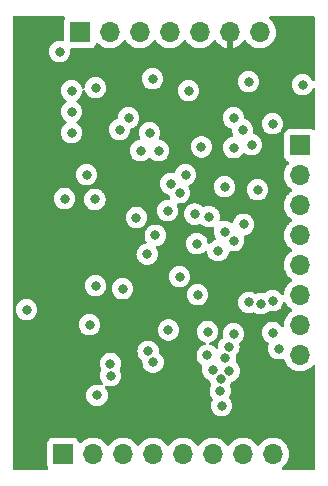
<source format=gbr>
%TF.GenerationSoftware,KiCad,Pcbnew,(6.0.0-0)*%
%TF.CreationDate,2022-02-14T20:59:38-05:00*%
%TF.ProjectId,Shifter-v6,53686966-7465-4722-9d76-362e6b696361,rev?*%
%TF.SameCoordinates,Original*%
%TF.FileFunction,Copper,L2,Inr*%
%TF.FilePolarity,Positive*%
%FSLAX46Y46*%
G04 Gerber Fmt 4.6, Leading zero omitted, Abs format (unit mm)*
G04 Created by KiCad (PCBNEW (6.0.0-0)) date 2022-02-14 20:59:38*
%MOMM*%
%LPD*%
G01*
G04 APERTURE LIST*
%TA.AperFunction,ComponentPad*%
%ADD10R,1.700000X1.700000*%
%TD*%
%TA.AperFunction,ComponentPad*%
%ADD11O,1.700000X1.700000*%
%TD*%
%TA.AperFunction,ViaPad*%
%ADD12C,0.800000*%
%TD*%
G04 APERTURE END LIST*
D10*
%TO.N,~{SHR}*%
%TO.C,J3*%
X166075000Y-65400000D03*
D11*
%TO.N,~{SHL}*%
X168615000Y-65400000D03*
%TO.N,~{ROTATE}*%
X171155000Y-65400000D03*
%TO.N,~{ARITHMETIC}*%
X173695000Y-65400000D03*
%TO.N,CARRY_OUT*%
X176235000Y-65400000D03*
%TO.N,GND*%
X178775000Y-65400000D03*
%TO.N,VCC*%
X181315000Y-65400000D03*
%TD*%
D10*
%TO.N,Q0*%
%TO.C,J2*%
X164630000Y-101100000D03*
D11*
%TO.N,Q1*%
X167170000Y-101100000D03*
%TO.N,Q2*%
X169710000Y-101100000D03*
%TO.N,Q3*%
X172250000Y-101100000D03*
%TO.N,Q4*%
X174790000Y-101100000D03*
%TO.N,Q5*%
X177330000Y-101100000D03*
%TO.N,Q6*%
X179870000Y-101100000D03*
%TO.N,Q7*%
X182410000Y-101100000D03*
%TD*%
D10*
%TO.N,A0*%
%TO.C,J1*%
X184700000Y-74970000D03*
D11*
%TO.N,A1*%
X184700000Y-77510000D03*
%TO.N,A2*%
X184700000Y-80050000D03*
%TO.N,A3*%
X184700000Y-82590000D03*
%TO.N,A4*%
X184700000Y-85130000D03*
%TO.N,A5*%
X184700000Y-87670000D03*
%TO.N,A6*%
X184700000Y-90210000D03*
%TO.N,A7*%
X184700000Y-92750000D03*
%TD*%
D12*
%TO.N,A0*%
X181102000Y-78740000D03*
%TO.N,A1*%
X171837756Y-92422987D03*
%TO.N,A2*%
X172257349Y-93330151D03*
%TO.N,A3*%
X168651784Y-93460782D03*
%TO.N,A4*%
X168656000Y-94488000D03*
%TO.N,A5*%
X177292000Y-93980000D03*
%TO.N,A6*%
X180340000Y-69596000D03*
X182372000Y-88138000D03*
X172212000Y-69342000D03*
%TO.N,A7*%
X173736000Y-78232000D03*
X176847716Y-92757023D03*
X181356000Y-88392000D03*
X175959500Y-83312000D03*
X176866125Y-90760125D03*
%TO.N,Q0*%
X178054000Y-97028000D03*
%TO.N,Q1*%
X177952195Y-95779695D03*
%TO.N,Q2*%
X177977620Y-94780516D03*
%TO.N,Q3*%
X178709006Y-94099282D03*
%TO.N,Q4*%
X178386236Y-92989702D03*
%TO.N,Q5*%
X178672965Y-92032209D03*
%TO.N,Q6*%
X179070000Y-90932000D03*
%TO.N,VCC*%
X184912000Y-69850000D03*
X161544000Y-88900000D03*
X175260000Y-70358000D03*
X167323500Y-79562544D03*
X173560175Y-90611118D03*
X175770876Y-80795880D03*
X165354000Y-70358000D03*
X167509000Y-96143000D03*
X167386000Y-70104000D03*
X182372000Y-90844022D03*
X165354000Y-73914000D03*
%TO.N,GND*%
X161544000Y-84074000D03*
X168692681Y-81324348D03*
X168738372Y-90314872D03*
X172212000Y-86868000D03*
X181659786Y-86422500D03*
X181356000Y-76708000D03*
X173207489Y-76962000D03*
X173482000Y-96012000D03*
X183134000Y-69850000D03*
%TO.N,CARRY_OUT*%
X180594000Y-74930000D03*
X182372000Y-73152000D03*
%TO.N,~{SHR}*%
X182880000Y-92202000D03*
X176022000Y-87630000D03*
X169672000Y-87122000D03*
X180364007Y-88269709D03*
%TO.N,~{SHL}*%
X164338000Y-67056000D03*
X166878000Y-90170000D03*
%TO.N,ARITHMETIC*%
X169418000Y-73660000D03*
X171196000Y-75438000D03*
%TO.N,ROTATE*%
X178308000Y-82296000D03*
X172444248Y-82598509D03*
X173482000Y-80518000D03*
X170850500Y-81095058D03*
%TO.N,/!ARITHMETIC*%
X167386000Y-86868000D03*
X166624000Y-77470000D03*
%TO.N,Net-(U1-Pad3)*%
X171958000Y-73914000D03*
X179832000Y-73660000D03*
%TO.N,Net-(U1-Pad11)*%
X170180000Y-72644000D03*
X179070000Y-72644000D03*
%TO.N,/ARITHMETIC_AND_A7*%
X176350000Y-75110000D03*
X172720000Y-75438000D03*
%TO.N,Net-(U2-Pad4)*%
X177000500Y-81026000D03*
X174498000Y-78993998D03*
%TO.N,Net-(U2-Pad6)*%
X179070000Y-83058000D03*
X171762826Y-84191652D03*
%TO.N,Net-(U3-Pad3)*%
X177749500Y-83899146D03*
X174498000Y-86106000D03*
%TO.N,Net-(U3-Pad8)*%
X175006000Y-77470000D03*
X179915630Y-81677613D03*
%TO.N,Net-(U3-Pad11)*%
X179070000Y-75184000D03*
X178308000Y-78486000D03*
%TO.N,~{ARITHMETIC}*%
X164762989Y-79491100D03*
X165354000Y-72136000D03*
%TD*%
%TA.AperFunction,Conductor*%
%TO.N,GND*%
G36*
X164774454Y-64078002D02*
G01*
X164820947Y-64131658D01*
X164831051Y-64201932D01*
X164807159Y-64259565D01*
X164774385Y-64303295D01*
X164723255Y-64439684D01*
X164716500Y-64501866D01*
X164716500Y-66052059D01*
X164696498Y-66120180D01*
X164642842Y-66166673D01*
X164572568Y-66176777D01*
X164564303Y-66175306D01*
X164439944Y-66148872D01*
X164439939Y-66148872D01*
X164433487Y-66147500D01*
X164242513Y-66147500D01*
X164236061Y-66148872D01*
X164236056Y-66148872D01*
X164152312Y-66166673D01*
X164055712Y-66187206D01*
X164049682Y-66189891D01*
X164049681Y-66189891D01*
X163887278Y-66262197D01*
X163887276Y-66262198D01*
X163881248Y-66264882D01*
X163726747Y-66377134D01*
X163722326Y-66382044D01*
X163722325Y-66382045D01*
X163612615Y-66503891D01*
X163598960Y-66519056D01*
X163548716Y-66606081D01*
X163511431Y-66670661D01*
X163503473Y-66684444D01*
X163444458Y-66866072D01*
X163424496Y-67056000D01*
X163444458Y-67245928D01*
X163503473Y-67427556D01*
X163598960Y-67592944D01*
X163726747Y-67734866D01*
X163881248Y-67847118D01*
X163887276Y-67849802D01*
X163887278Y-67849803D01*
X164049681Y-67922109D01*
X164055712Y-67924794D01*
X164149112Y-67944647D01*
X164236056Y-67963128D01*
X164236061Y-67963128D01*
X164242513Y-67964500D01*
X164433487Y-67964500D01*
X164439939Y-67963128D01*
X164439944Y-67963128D01*
X164526888Y-67944647D01*
X164620288Y-67924794D01*
X164626319Y-67922109D01*
X164788722Y-67849803D01*
X164788724Y-67849802D01*
X164794752Y-67847118D01*
X164949253Y-67734866D01*
X165077040Y-67592944D01*
X165172527Y-67427556D01*
X165231542Y-67245928D01*
X165251504Y-67056000D01*
X165234863Y-66897670D01*
X165247635Y-66827832D01*
X165296137Y-66775985D01*
X165360173Y-66758500D01*
X166973134Y-66758500D01*
X167035316Y-66751745D01*
X167171705Y-66700615D01*
X167288261Y-66613261D01*
X167375615Y-66496705D01*
X167397799Y-66437529D01*
X167419598Y-66379382D01*
X167462240Y-66322618D01*
X167528802Y-66297918D01*
X167598150Y-66313126D01*
X167632817Y-66341114D01*
X167661250Y-66373938D01*
X167833126Y-66516632D01*
X168026000Y-66629338D01*
X168234692Y-66709030D01*
X168239760Y-66710061D01*
X168239763Y-66710062D01*
X168334862Y-66729410D01*
X168453597Y-66753567D01*
X168458772Y-66753757D01*
X168458774Y-66753757D01*
X168671673Y-66761564D01*
X168671677Y-66761564D01*
X168676837Y-66761753D01*
X168681957Y-66761097D01*
X168681959Y-66761097D01*
X168893288Y-66734025D01*
X168893289Y-66734025D01*
X168898416Y-66733368D01*
X168903366Y-66731883D01*
X169107429Y-66670661D01*
X169107434Y-66670659D01*
X169112384Y-66669174D01*
X169312994Y-66570896D01*
X169494860Y-66441173D01*
X169653096Y-66283489D01*
X169666467Y-66264882D01*
X169783453Y-66102077D01*
X169784776Y-66103028D01*
X169831645Y-66059857D01*
X169901580Y-66047625D01*
X169967026Y-66075144D01*
X169994875Y-66106994D01*
X170054987Y-66205088D01*
X170201250Y-66373938D01*
X170373126Y-66516632D01*
X170566000Y-66629338D01*
X170774692Y-66709030D01*
X170779760Y-66710061D01*
X170779763Y-66710062D01*
X170874862Y-66729410D01*
X170993597Y-66753567D01*
X170998772Y-66753757D01*
X170998774Y-66753757D01*
X171211673Y-66761564D01*
X171211677Y-66761564D01*
X171216837Y-66761753D01*
X171221957Y-66761097D01*
X171221959Y-66761097D01*
X171433288Y-66734025D01*
X171433289Y-66734025D01*
X171438416Y-66733368D01*
X171443366Y-66731883D01*
X171647429Y-66670661D01*
X171647434Y-66670659D01*
X171652384Y-66669174D01*
X171852994Y-66570896D01*
X172034860Y-66441173D01*
X172193096Y-66283489D01*
X172206467Y-66264882D01*
X172323453Y-66102077D01*
X172324776Y-66103028D01*
X172371645Y-66059857D01*
X172441580Y-66047625D01*
X172507026Y-66075144D01*
X172534875Y-66106994D01*
X172594987Y-66205088D01*
X172741250Y-66373938D01*
X172913126Y-66516632D01*
X173106000Y-66629338D01*
X173314692Y-66709030D01*
X173319760Y-66710061D01*
X173319763Y-66710062D01*
X173414862Y-66729410D01*
X173533597Y-66753567D01*
X173538772Y-66753757D01*
X173538774Y-66753757D01*
X173751673Y-66761564D01*
X173751677Y-66761564D01*
X173756837Y-66761753D01*
X173761957Y-66761097D01*
X173761959Y-66761097D01*
X173973288Y-66734025D01*
X173973289Y-66734025D01*
X173978416Y-66733368D01*
X173983366Y-66731883D01*
X174187429Y-66670661D01*
X174187434Y-66670659D01*
X174192384Y-66669174D01*
X174392994Y-66570896D01*
X174574860Y-66441173D01*
X174733096Y-66283489D01*
X174746467Y-66264882D01*
X174863453Y-66102077D01*
X174864776Y-66103028D01*
X174911645Y-66059857D01*
X174981580Y-66047625D01*
X175047026Y-66075144D01*
X175074875Y-66106994D01*
X175134987Y-66205088D01*
X175281250Y-66373938D01*
X175453126Y-66516632D01*
X175646000Y-66629338D01*
X175854692Y-66709030D01*
X175859760Y-66710061D01*
X175859763Y-66710062D01*
X175954862Y-66729410D01*
X176073597Y-66753567D01*
X176078772Y-66753757D01*
X176078774Y-66753757D01*
X176291673Y-66761564D01*
X176291677Y-66761564D01*
X176296837Y-66761753D01*
X176301957Y-66761097D01*
X176301959Y-66761097D01*
X176513288Y-66734025D01*
X176513289Y-66734025D01*
X176518416Y-66733368D01*
X176523366Y-66731883D01*
X176727429Y-66670661D01*
X176727434Y-66670659D01*
X176732384Y-66669174D01*
X176932994Y-66570896D01*
X177114860Y-66441173D01*
X177273096Y-66283489D01*
X177286467Y-66264882D01*
X177403453Y-66102077D01*
X177404640Y-66102930D01*
X177451960Y-66059362D01*
X177521897Y-66047145D01*
X177587338Y-66074678D01*
X177615166Y-66106511D01*
X177672694Y-66200388D01*
X177678777Y-66208699D01*
X177818213Y-66369667D01*
X177825580Y-66376883D01*
X177989434Y-66512916D01*
X177997881Y-66518831D01*
X178181756Y-66626279D01*
X178191042Y-66630729D01*
X178390001Y-66706703D01*
X178399899Y-66709579D01*
X178503250Y-66730606D01*
X178517299Y-66729410D01*
X178521000Y-66719065D01*
X178521000Y-65272000D01*
X178541002Y-65203879D01*
X178594658Y-65157386D01*
X178647000Y-65146000D01*
X178903000Y-65146000D01*
X178971121Y-65166002D01*
X179017614Y-65219658D01*
X179029000Y-65272000D01*
X179029000Y-66718517D01*
X179033064Y-66732359D01*
X179046478Y-66734393D01*
X179053184Y-66733534D01*
X179063262Y-66731392D01*
X179267255Y-66670191D01*
X179276842Y-66666433D01*
X179468095Y-66572739D01*
X179476945Y-66567464D01*
X179650328Y-66443792D01*
X179658200Y-66437139D01*
X179809052Y-66286812D01*
X179815730Y-66278965D01*
X179943022Y-66101819D01*
X179944279Y-66102722D01*
X179991373Y-66059362D01*
X180061311Y-66047145D01*
X180126751Y-66074678D01*
X180154579Y-66106511D01*
X180214987Y-66205088D01*
X180361250Y-66373938D01*
X180533126Y-66516632D01*
X180726000Y-66629338D01*
X180934692Y-66709030D01*
X180939760Y-66710061D01*
X180939763Y-66710062D01*
X181034862Y-66729410D01*
X181153597Y-66753567D01*
X181158772Y-66753757D01*
X181158774Y-66753757D01*
X181371673Y-66761564D01*
X181371677Y-66761564D01*
X181376837Y-66761753D01*
X181381957Y-66761097D01*
X181381959Y-66761097D01*
X181593288Y-66734025D01*
X181593289Y-66734025D01*
X181598416Y-66733368D01*
X181603366Y-66731883D01*
X181807429Y-66670661D01*
X181807434Y-66670659D01*
X181812384Y-66669174D01*
X182012994Y-66570896D01*
X182194860Y-66441173D01*
X182353096Y-66283489D01*
X182366467Y-66264882D01*
X182480435Y-66106277D01*
X182483453Y-66102077D01*
X182496995Y-66074678D01*
X182580136Y-65906453D01*
X182580137Y-65906451D01*
X182582430Y-65901811D01*
X182647370Y-65688069D01*
X182676529Y-65466590D01*
X182678156Y-65400000D01*
X182659852Y-65177361D01*
X182605431Y-64960702D01*
X182516354Y-64755840D01*
X182395014Y-64568277D01*
X182244670Y-64403051D01*
X182240619Y-64399852D01*
X182240615Y-64399848D01*
X182129004Y-64311703D01*
X182092509Y-64282881D01*
X182051447Y-64224965D01*
X182048215Y-64154042D01*
X182083840Y-64092630D01*
X182147012Y-64060228D01*
X182170602Y-64058000D01*
X185866000Y-64058000D01*
X185934121Y-64078002D01*
X185980614Y-64131658D01*
X185992000Y-64184000D01*
X185992000Y-69438699D01*
X185971998Y-69506820D01*
X185918342Y-69553313D01*
X185848068Y-69563417D01*
X185783488Y-69533923D01*
X185750894Y-69489949D01*
X185748567Y-69484722D01*
X185746527Y-69478444D01*
X185715749Y-69425134D01*
X185667751Y-69342000D01*
X185651040Y-69313056D01*
X185571254Y-69224444D01*
X185527675Y-69176045D01*
X185527674Y-69176044D01*
X185523253Y-69171134D01*
X185368752Y-69058882D01*
X185362724Y-69056198D01*
X185362722Y-69056197D01*
X185200319Y-68983891D01*
X185200318Y-68983891D01*
X185194288Y-68981206D01*
X185100888Y-68961353D01*
X185013944Y-68942872D01*
X185013939Y-68942872D01*
X185007487Y-68941500D01*
X184816513Y-68941500D01*
X184810061Y-68942872D01*
X184810056Y-68942872D01*
X184723112Y-68961353D01*
X184629712Y-68981206D01*
X184623682Y-68983891D01*
X184623681Y-68983891D01*
X184461278Y-69056197D01*
X184461276Y-69056198D01*
X184455248Y-69058882D01*
X184300747Y-69171134D01*
X184296326Y-69176044D01*
X184296325Y-69176045D01*
X184252747Y-69224444D01*
X184172960Y-69313056D01*
X184077473Y-69478444D01*
X184018458Y-69660072D01*
X184017768Y-69666633D01*
X184017768Y-69666635D01*
X184015938Y-69684045D01*
X183998496Y-69850000D01*
X183999186Y-69856565D01*
X184016863Y-70024749D01*
X184018458Y-70039928D01*
X184077473Y-70221556D01*
X184172960Y-70386944D01*
X184177378Y-70391851D01*
X184177379Y-70391852D01*
X184277572Y-70503128D01*
X184300747Y-70528866D01*
X184455248Y-70641118D01*
X184461276Y-70643802D01*
X184461278Y-70643803D01*
X184623681Y-70716109D01*
X184629712Y-70718794D01*
X184723113Y-70738647D01*
X184810056Y-70757128D01*
X184810061Y-70757128D01*
X184816513Y-70758500D01*
X185007487Y-70758500D01*
X185013939Y-70757128D01*
X185013944Y-70757128D01*
X185100887Y-70738647D01*
X185194288Y-70718794D01*
X185200319Y-70716109D01*
X185362722Y-70643803D01*
X185362724Y-70643802D01*
X185368752Y-70641118D01*
X185523253Y-70528866D01*
X185546428Y-70503128D01*
X185646621Y-70391852D01*
X185646622Y-70391851D01*
X185651040Y-70386944D01*
X185713507Y-70278749D01*
X185743226Y-70227274D01*
X185743227Y-70227272D01*
X185746527Y-70221556D01*
X185748567Y-70215278D01*
X185750894Y-70210051D01*
X185796874Y-70155956D01*
X185864801Y-70135307D01*
X185933109Y-70154660D01*
X185980111Y-70207871D01*
X185992000Y-70261301D01*
X185992000Y-73565126D01*
X185971998Y-73633247D01*
X185918342Y-73679740D01*
X185848068Y-73689844D01*
X185805491Y-73675646D01*
X185803888Y-73674768D01*
X185796705Y-73669385D01*
X185788304Y-73666236D01*
X185788301Y-73666234D01*
X185700307Y-73633247D01*
X185660316Y-73618255D01*
X185598134Y-73611500D01*
X183801866Y-73611500D01*
X183739684Y-73618255D01*
X183603295Y-73669385D01*
X183486739Y-73756739D01*
X183399385Y-73873295D01*
X183348255Y-74009684D01*
X183341500Y-74071866D01*
X183341500Y-75868134D01*
X183348255Y-75930316D01*
X183399385Y-76066705D01*
X183486739Y-76183261D01*
X183603295Y-76270615D01*
X183611704Y-76273767D01*
X183611705Y-76273768D01*
X183720451Y-76314535D01*
X183777216Y-76357176D01*
X183801916Y-76423738D01*
X183786709Y-76493087D01*
X183767316Y-76519568D01*
X183640629Y-76652138D01*
X183637715Y-76656410D01*
X183637714Y-76656411D01*
X183624217Y-76676197D01*
X183514743Y-76836680D01*
X183420688Y-77039305D01*
X183360989Y-77254570D01*
X183337251Y-77476695D01*
X183337548Y-77481848D01*
X183337548Y-77481851D01*
X183349812Y-77694547D01*
X183350110Y-77699715D01*
X183351247Y-77704761D01*
X183351248Y-77704767D01*
X183373443Y-77803251D01*
X183399222Y-77917639D01*
X183449749Y-78042072D01*
X183479136Y-78114444D01*
X183483266Y-78124616D01*
X183500506Y-78152749D01*
X183568560Y-78263803D01*
X183599987Y-78315088D01*
X183746250Y-78483938D01*
X183918126Y-78626632D01*
X183965036Y-78654044D01*
X183991445Y-78669476D01*
X184040169Y-78721114D01*
X184053240Y-78790897D01*
X184026509Y-78856669D01*
X183986055Y-78890027D01*
X183973607Y-78896507D01*
X183969474Y-78899610D01*
X183969471Y-78899612D01*
X183799100Y-79027530D01*
X183794965Y-79030635D01*
X183730485Y-79098109D01*
X183648477Y-79183926D01*
X183640629Y-79192138D01*
X183637715Y-79196410D01*
X183637714Y-79196411D01*
X183628202Y-79210355D01*
X183514743Y-79376680D01*
X183493359Y-79422749D01*
X183425421Y-79569109D01*
X183420688Y-79579305D01*
X183360989Y-79794570D01*
X183337251Y-80016695D01*
X183337548Y-80021848D01*
X183337548Y-80021851D01*
X183349812Y-80234547D01*
X183350110Y-80239715D01*
X183351247Y-80244761D01*
X183351248Y-80244767D01*
X183370022Y-80328072D01*
X183399222Y-80457639D01*
X183442342Y-80563832D01*
X183479136Y-80654444D01*
X183483266Y-80664616D01*
X183485965Y-80669020D01*
X183570793Y-80807447D01*
X183599987Y-80855088D01*
X183746250Y-81023938D01*
X183918126Y-81166632D01*
X183988595Y-81207811D01*
X183991445Y-81209476D01*
X184040169Y-81261114D01*
X184053240Y-81330897D01*
X184026509Y-81396669D01*
X183986055Y-81430027D01*
X183973607Y-81436507D01*
X183969474Y-81439610D01*
X183969471Y-81439612D01*
X183799100Y-81567530D01*
X183794965Y-81570635D01*
X183741786Y-81626284D01*
X183644256Y-81728343D01*
X183640629Y-81732138D01*
X183637715Y-81736410D01*
X183637714Y-81736411D01*
X183609476Y-81777807D01*
X183514743Y-81916680D01*
X183494093Y-81961167D01*
X183426831Y-82106072D01*
X183420688Y-82119305D01*
X183360989Y-82334570D01*
X183337251Y-82556695D01*
X183337548Y-82561848D01*
X183337548Y-82561851D01*
X183349558Y-82770148D01*
X183350110Y-82779715D01*
X183351247Y-82784761D01*
X183351248Y-82784767D01*
X183370022Y-82868072D01*
X183399222Y-82997639D01*
X183449749Y-83122072D01*
X183472720Y-83178643D01*
X183483266Y-83204616D01*
X183492865Y-83220280D01*
X183596641Y-83389627D01*
X183599987Y-83395088D01*
X183746250Y-83563938D01*
X183918126Y-83706632D01*
X183988595Y-83747811D01*
X183991445Y-83749476D01*
X184040169Y-83801114D01*
X184053240Y-83870897D01*
X184026509Y-83936669D01*
X183986055Y-83970027D01*
X183973607Y-83976507D01*
X183969474Y-83979610D01*
X183969471Y-83979612D01*
X183799100Y-84107530D01*
X183794965Y-84110635D01*
X183640629Y-84272138D01*
X183637715Y-84276410D01*
X183637714Y-84276411D01*
X183628202Y-84290355D01*
X183514743Y-84456680D01*
X183420688Y-84659305D01*
X183360989Y-84874570D01*
X183337251Y-85096695D01*
X183337548Y-85101848D01*
X183337548Y-85101851D01*
X183349812Y-85314547D01*
X183350110Y-85319715D01*
X183351247Y-85324761D01*
X183351248Y-85324767D01*
X183373443Y-85423251D01*
X183399222Y-85537639D01*
X183414301Y-85574774D01*
X183479136Y-85734444D01*
X183483266Y-85744616D01*
X183599987Y-85935088D01*
X183746250Y-86103938D01*
X183918126Y-86246632D01*
X183933971Y-86255891D01*
X183991445Y-86289476D01*
X184040169Y-86341114D01*
X184053240Y-86410897D01*
X184026509Y-86476669D01*
X183986055Y-86510027D01*
X183973607Y-86516507D01*
X183969474Y-86519610D01*
X183969471Y-86519612D01*
X183945247Y-86537800D01*
X183794965Y-86650635D01*
X183640629Y-86812138D01*
X183637715Y-86816410D01*
X183637714Y-86816411D01*
X183600971Y-86870274D01*
X183514743Y-86996680D01*
X183420688Y-87199305D01*
X183360989Y-87414570D01*
X183360441Y-87419702D01*
X183360440Y-87419705D01*
X183346218Y-87552784D01*
X183319090Y-87618393D01*
X183260797Y-87658921D01*
X183189848Y-87661500D01*
X183128767Y-87625311D01*
X183118734Y-87611747D01*
X183118224Y-87612118D01*
X183114341Y-87606774D01*
X183111040Y-87601056D01*
X183070409Y-87555930D01*
X182987675Y-87464045D01*
X182987674Y-87464044D01*
X182983253Y-87459134D01*
X182850360Y-87362581D01*
X182834094Y-87350763D01*
X182834093Y-87350762D01*
X182828752Y-87346882D01*
X182822724Y-87344198D01*
X182822722Y-87344197D01*
X182660319Y-87271891D01*
X182660318Y-87271891D01*
X182654288Y-87269206D01*
X182541721Y-87245279D01*
X182473944Y-87230872D01*
X182473939Y-87230872D01*
X182467487Y-87229500D01*
X182276513Y-87229500D01*
X182270061Y-87230872D01*
X182270056Y-87230872D01*
X182202279Y-87245279D01*
X182089712Y-87269206D01*
X182083682Y-87271891D01*
X182083681Y-87271891D01*
X181921278Y-87344197D01*
X181921276Y-87344198D01*
X181915248Y-87346882D01*
X181909907Y-87350762D01*
X181909906Y-87350763D01*
X181822084Y-87414570D01*
X181760747Y-87459134D01*
X181756329Y-87464041D01*
X181756322Y-87464047D01*
X181741328Y-87480700D01*
X181680883Y-87517940D01*
X181621495Y-87519636D01*
X181457953Y-87484873D01*
X181457940Y-87484872D01*
X181451487Y-87483500D01*
X181260513Y-87483500D01*
X181254061Y-87484872D01*
X181254056Y-87484872D01*
X181186279Y-87499279D01*
X181073712Y-87523206D01*
X181067685Y-87525889D01*
X181067677Y-87525892D01*
X181021404Y-87546495D01*
X180951037Y-87555930D01*
X180896096Y-87533326D01*
X180820759Y-87478591D01*
X180814731Y-87475907D01*
X180814729Y-87475906D01*
X180652326Y-87403600D01*
X180652325Y-87403600D01*
X180646295Y-87400915D01*
X180552895Y-87381062D01*
X180465951Y-87362581D01*
X180465946Y-87362581D01*
X180459494Y-87361209D01*
X180268520Y-87361209D01*
X180262068Y-87362581D01*
X180262063Y-87362581D01*
X180175119Y-87381062D01*
X180081719Y-87400915D01*
X180075689Y-87403600D01*
X180075688Y-87403600D01*
X179913285Y-87475906D01*
X179913283Y-87475907D01*
X179907255Y-87478591D01*
X179901914Y-87482471D01*
X179901913Y-87482472D01*
X179853096Y-87517940D01*
X179752754Y-87590843D01*
X179624967Y-87732765D01*
X179529480Y-87898153D01*
X179470465Y-88079781D01*
X179469775Y-88086342D01*
X179469775Y-88086344D01*
X179467406Y-88108882D01*
X179450503Y-88269709D01*
X179451193Y-88276274D01*
X179466417Y-88421118D01*
X179470465Y-88459637D01*
X179529480Y-88641265D01*
X179532783Y-88646987D01*
X179532784Y-88646988D01*
X179545623Y-88669226D01*
X179624967Y-88806653D01*
X179629385Y-88811560D01*
X179629386Y-88811561D01*
X179677967Y-88865516D01*
X179752754Y-88948575D01*
X179804553Y-88986209D01*
X179891390Y-89049300D01*
X179907255Y-89060827D01*
X179913283Y-89063511D01*
X179913285Y-89063512D01*
X180058991Y-89128384D01*
X180081719Y-89138503D01*
X180175119Y-89158356D01*
X180262063Y-89176837D01*
X180262068Y-89176837D01*
X180268520Y-89178209D01*
X180459494Y-89178209D01*
X180465946Y-89176837D01*
X180465951Y-89176837D01*
X180552895Y-89158356D01*
X180646295Y-89138503D01*
X180652322Y-89135820D01*
X180652330Y-89135817D01*
X180698603Y-89115214D01*
X180768970Y-89105779D01*
X180823911Y-89128383D01*
X180899248Y-89183118D01*
X180905276Y-89185802D01*
X180905278Y-89185803D01*
X180975070Y-89216876D01*
X181073712Y-89260794D01*
X181167112Y-89280647D01*
X181254056Y-89299128D01*
X181254061Y-89299128D01*
X181260513Y-89300500D01*
X181451487Y-89300500D01*
X181457939Y-89299128D01*
X181457944Y-89299128D01*
X181544888Y-89280647D01*
X181638288Y-89260794D01*
X181736930Y-89216876D01*
X181806722Y-89185803D01*
X181806724Y-89185802D01*
X181812752Y-89183118D01*
X181888087Y-89128384D01*
X181961909Y-89074749D01*
X181961911Y-89074747D01*
X181967253Y-89070866D01*
X181971671Y-89065959D01*
X181971678Y-89065953D01*
X181986672Y-89049300D01*
X182047117Y-89012060D01*
X182106505Y-89010364D01*
X182270047Y-89045127D01*
X182270060Y-89045128D01*
X182276513Y-89046500D01*
X182467487Y-89046500D01*
X182473939Y-89045128D01*
X182473944Y-89045128D01*
X182560888Y-89026647D01*
X182654288Y-89006794D01*
X182700523Y-88986209D01*
X182822722Y-88931803D01*
X182822724Y-88931802D01*
X182828752Y-88929118D01*
X182859794Y-88906565D01*
X182916292Y-88865516D01*
X182983253Y-88816866D01*
X183079411Y-88710072D01*
X183106621Y-88679852D01*
X183106622Y-88679851D01*
X183111040Y-88674944D01*
X183206527Y-88509556D01*
X183265542Y-88327928D01*
X183268310Y-88328827D01*
X183296010Y-88277548D01*
X183358168Y-88243241D01*
X183429006Y-88247985D01*
X183486033Y-88290274D01*
X183492940Y-88300402D01*
X183525218Y-88353076D01*
X183590519Y-88459637D01*
X183599987Y-88475088D01*
X183746250Y-88643938D01*
X183918126Y-88786632D01*
X183988595Y-88827811D01*
X183991445Y-88829476D01*
X184040169Y-88881114D01*
X184053240Y-88950897D01*
X184026509Y-89016669D01*
X183986055Y-89050027D01*
X183973607Y-89056507D01*
X183969474Y-89059610D01*
X183969471Y-89059612D01*
X183799100Y-89187530D01*
X183794965Y-89190635D01*
X183640629Y-89352138D01*
X183514743Y-89536680D01*
X183497441Y-89573955D01*
X183437081Y-89703990D01*
X183420688Y-89739305D01*
X183360989Y-89954570D01*
X183337251Y-90176695D01*
X183337548Y-90181848D01*
X183337548Y-90181851D01*
X183340267Y-90229003D01*
X183324219Y-90298162D01*
X183273329Y-90347667D01*
X183203753Y-90361799D01*
X183137582Y-90336072D01*
X183113452Y-90311256D01*
X183111040Y-90307078D01*
X182983253Y-90165156D01*
X182846627Y-90065891D01*
X182834094Y-90056785D01*
X182834093Y-90056784D01*
X182828752Y-90052904D01*
X182822724Y-90050220D01*
X182822722Y-90050219D01*
X182660319Y-89977913D01*
X182660318Y-89977913D01*
X182654288Y-89975228D01*
X182557100Y-89954570D01*
X182473944Y-89936894D01*
X182473939Y-89936894D01*
X182467487Y-89935522D01*
X182276513Y-89935522D01*
X182270061Y-89936894D01*
X182270056Y-89936894D01*
X182186900Y-89954570D01*
X182089712Y-89975228D01*
X182083682Y-89977913D01*
X182083681Y-89977913D01*
X181921278Y-90050219D01*
X181921276Y-90050220D01*
X181915248Y-90052904D01*
X181909907Y-90056784D01*
X181909906Y-90056785D01*
X181897373Y-90065891D01*
X181760747Y-90165156D01*
X181756326Y-90170066D01*
X181756325Y-90170067D01*
X181685028Y-90249251D01*
X181632960Y-90307078D01*
X181537473Y-90472466D01*
X181478458Y-90654094D01*
X181458496Y-90844022D01*
X181459186Y-90850587D01*
X181476886Y-91018990D01*
X181478458Y-91033950D01*
X181537473Y-91215578D01*
X181540776Y-91221300D01*
X181540777Y-91221301D01*
X181555920Y-91247529D01*
X181632960Y-91380966D01*
X181637378Y-91385873D01*
X181637379Y-91385874D01*
X181731456Y-91490357D01*
X181760747Y-91522888D01*
X181807530Y-91556878D01*
X181908577Y-91630293D01*
X181915248Y-91635140D01*
X181921276Y-91637824D01*
X181921278Y-91637825D01*
X181982023Y-91664870D01*
X182036119Y-91710850D01*
X182056768Y-91778777D01*
X182046362Y-91828904D01*
X182045473Y-91830444D01*
X181986458Y-92012072D01*
X181985768Y-92018633D01*
X181985768Y-92018635D01*
X181982923Y-92045708D01*
X181966496Y-92202000D01*
X181986458Y-92391928D01*
X182045473Y-92573556D01*
X182048776Y-92579278D01*
X182048777Y-92579279D01*
X182056115Y-92591988D01*
X182140960Y-92738944D01*
X182145378Y-92743851D01*
X182145379Y-92743852D01*
X182201643Y-92806339D01*
X182268747Y-92880866D01*
X182423248Y-92993118D01*
X182429276Y-92995802D01*
X182429278Y-92995803D01*
X182591681Y-93068109D01*
X182597712Y-93070794D01*
X182684427Y-93089226D01*
X182778056Y-93109128D01*
X182778061Y-93109128D01*
X182784513Y-93110500D01*
X182975487Y-93110500D01*
X182981939Y-93109128D01*
X182981944Y-93109128D01*
X183075573Y-93089226D01*
X183162288Y-93070794D01*
X183173018Y-93066017D01*
X183186295Y-93060105D01*
X183219448Y-93045345D01*
X183289814Y-93035911D01*
X183354111Y-93066017D01*
X183393613Y-93132750D01*
X183399222Y-93157639D01*
X183447885Y-93277482D01*
X183476608Y-93348218D01*
X183483266Y-93364616D01*
X183485965Y-93369020D01*
X183593770Y-93544942D01*
X183599987Y-93555088D01*
X183746250Y-93723938D01*
X183918126Y-93866632D01*
X184111000Y-93979338D01*
X184115825Y-93981180D01*
X184115826Y-93981181D01*
X184175861Y-94004106D01*
X184319692Y-94059030D01*
X184324760Y-94060061D01*
X184324763Y-94060062D01*
X184432017Y-94081883D01*
X184538597Y-94103567D01*
X184543772Y-94103757D01*
X184543774Y-94103757D01*
X184756673Y-94111564D01*
X184756677Y-94111564D01*
X184761837Y-94111753D01*
X184766957Y-94111097D01*
X184766959Y-94111097D01*
X184978288Y-94084025D01*
X184978289Y-94084025D01*
X184983416Y-94083368D01*
X184988366Y-94081883D01*
X185192429Y-94020661D01*
X185192434Y-94020659D01*
X185197384Y-94019174D01*
X185397994Y-93920896D01*
X185579860Y-93791173D01*
X185738096Y-93633489D01*
X185763677Y-93597889D01*
X185819672Y-93554241D01*
X185890375Y-93547795D01*
X185953339Y-93580598D01*
X185988574Y-93642234D01*
X185992000Y-93671415D01*
X185992000Y-102316000D01*
X185971998Y-102384121D01*
X185918342Y-102430614D01*
X185866000Y-102442000D01*
X183261739Y-102442000D01*
X183193618Y-102421998D01*
X183147125Y-102368342D01*
X183137021Y-102298068D01*
X183166515Y-102233488D01*
X183188571Y-102213421D01*
X183201932Y-102203891D01*
X183289860Y-102141173D01*
X183448096Y-101983489D01*
X183578453Y-101802077D01*
X183599320Y-101759857D01*
X183675136Y-101606453D01*
X183675137Y-101606451D01*
X183677430Y-101601811D01*
X183742370Y-101388069D01*
X183771529Y-101166590D01*
X183773156Y-101100000D01*
X183754852Y-100877361D01*
X183700431Y-100660702D01*
X183611354Y-100455840D01*
X183490014Y-100268277D01*
X183339670Y-100103051D01*
X183335619Y-100099852D01*
X183335615Y-100099848D01*
X183168414Y-99967800D01*
X183168410Y-99967798D01*
X183164359Y-99964598D01*
X182968789Y-99856638D01*
X182963920Y-99854914D01*
X182963916Y-99854912D01*
X182763087Y-99783795D01*
X182763083Y-99783794D01*
X182758212Y-99782069D01*
X182753119Y-99781162D01*
X182753116Y-99781161D01*
X182543373Y-99743800D01*
X182543367Y-99743799D01*
X182538284Y-99742894D01*
X182464452Y-99741992D01*
X182320081Y-99740228D01*
X182320079Y-99740228D01*
X182314911Y-99740165D01*
X182094091Y-99773955D01*
X181881756Y-99843357D01*
X181683607Y-99946507D01*
X181679474Y-99949610D01*
X181679471Y-99949612D01*
X181509100Y-100077530D01*
X181504965Y-100080635D01*
X181501393Y-100084373D01*
X181393729Y-100197037D01*
X181350629Y-100242138D01*
X181243201Y-100399621D01*
X181188293Y-100444621D01*
X181117768Y-100452792D01*
X181054021Y-100421538D01*
X181033324Y-100397054D01*
X180952822Y-100272617D01*
X180952820Y-100272614D01*
X180950014Y-100268277D01*
X180799670Y-100103051D01*
X180795619Y-100099852D01*
X180795615Y-100099848D01*
X180628414Y-99967800D01*
X180628410Y-99967798D01*
X180624359Y-99964598D01*
X180428789Y-99856638D01*
X180423920Y-99854914D01*
X180423916Y-99854912D01*
X180223087Y-99783795D01*
X180223083Y-99783794D01*
X180218212Y-99782069D01*
X180213119Y-99781162D01*
X180213116Y-99781161D01*
X180003373Y-99743800D01*
X180003367Y-99743799D01*
X179998284Y-99742894D01*
X179924452Y-99741992D01*
X179780081Y-99740228D01*
X179780079Y-99740228D01*
X179774911Y-99740165D01*
X179554091Y-99773955D01*
X179341756Y-99843357D01*
X179143607Y-99946507D01*
X179139474Y-99949610D01*
X179139471Y-99949612D01*
X178969100Y-100077530D01*
X178964965Y-100080635D01*
X178961393Y-100084373D01*
X178853729Y-100197037D01*
X178810629Y-100242138D01*
X178703201Y-100399621D01*
X178648293Y-100444621D01*
X178577768Y-100452792D01*
X178514021Y-100421538D01*
X178493324Y-100397054D01*
X178412822Y-100272617D01*
X178412820Y-100272614D01*
X178410014Y-100268277D01*
X178259670Y-100103051D01*
X178255619Y-100099852D01*
X178255615Y-100099848D01*
X178088414Y-99967800D01*
X178088410Y-99967798D01*
X178084359Y-99964598D01*
X177888789Y-99856638D01*
X177883920Y-99854914D01*
X177883916Y-99854912D01*
X177683087Y-99783795D01*
X177683083Y-99783794D01*
X177678212Y-99782069D01*
X177673119Y-99781162D01*
X177673116Y-99781161D01*
X177463373Y-99743800D01*
X177463367Y-99743799D01*
X177458284Y-99742894D01*
X177384452Y-99741992D01*
X177240081Y-99740228D01*
X177240079Y-99740228D01*
X177234911Y-99740165D01*
X177014091Y-99773955D01*
X176801756Y-99843357D01*
X176603607Y-99946507D01*
X176599474Y-99949610D01*
X176599471Y-99949612D01*
X176429100Y-100077530D01*
X176424965Y-100080635D01*
X176421393Y-100084373D01*
X176313729Y-100197037D01*
X176270629Y-100242138D01*
X176163201Y-100399621D01*
X176108293Y-100444621D01*
X176037768Y-100452792D01*
X175974021Y-100421538D01*
X175953324Y-100397054D01*
X175872822Y-100272617D01*
X175872820Y-100272614D01*
X175870014Y-100268277D01*
X175719670Y-100103051D01*
X175715619Y-100099852D01*
X175715615Y-100099848D01*
X175548414Y-99967800D01*
X175548410Y-99967798D01*
X175544359Y-99964598D01*
X175348789Y-99856638D01*
X175343920Y-99854914D01*
X175343916Y-99854912D01*
X175143087Y-99783795D01*
X175143083Y-99783794D01*
X175138212Y-99782069D01*
X175133119Y-99781162D01*
X175133116Y-99781161D01*
X174923373Y-99743800D01*
X174923367Y-99743799D01*
X174918284Y-99742894D01*
X174844452Y-99741992D01*
X174700081Y-99740228D01*
X174700079Y-99740228D01*
X174694911Y-99740165D01*
X174474091Y-99773955D01*
X174261756Y-99843357D01*
X174063607Y-99946507D01*
X174059474Y-99949610D01*
X174059471Y-99949612D01*
X173889100Y-100077530D01*
X173884965Y-100080635D01*
X173881393Y-100084373D01*
X173773729Y-100197037D01*
X173730629Y-100242138D01*
X173623201Y-100399621D01*
X173568293Y-100444621D01*
X173497768Y-100452792D01*
X173434021Y-100421538D01*
X173413324Y-100397054D01*
X173332822Y-100272617D01*
X173332820Y-100272614D01*
X173330014Y-100268277D01*
X173179670Y-100103051D01*
X173175619Y-100099852D01*
X173175615Y-100099848D01*
X173008414Y-99967800D01*
X173008410Y-99967798D01*
X173004359Y-99964598D01*
X172808789Y-99856638D01*
X172803920Y-99854914D01*
X172803916Y-99854912D01*
X172603087Y-99783795D01*
X172603083Y-99783794D01*
X172598212Y-99782069D01*
X172593119Y-99781162D01*
X172593116Y-99781161D01*
X172383373Y-99743800D01*
X172383367Y-99743799D01*
X172378284Y-99742894D01*
X172304452Y-99741992D01*
X172160081Y-99740228D01*
X172160079Y-99740228D01*
X172154911Y-99740165D01*
X171934091Y-99773955D01*
X171721756Y-99843357D01*
X171523607Y-99946507D01*
X171519474Y-99949610D01*
X171519471Y-99949612D01*
X171349100Y-100077530D01*
X171344965Y-100080635D01*
X171341393Y-100084373D01*
X171233729Y-100197037D01*
X171190629Y-100242138D01*
X171083201Y-100399621D01*
X171028293Y-100444621D01*
X170957768Y-100452792D01*
X170894021Y-100421538D01*
X170873324Y-100397054D01*
X170792822Y-100272617D01*
X170792820Y-100272614D01*
X170790014Y-100268277D01*
X170639670Y-100103051D01*
X170635619Y-100099852D01*
X170635615Y-100099848D01*
X170468414Y-99967800D01*
X170468410Y-99967798D01*
X170464359Y-99964598D01*
X170268789Y-99856638D01*
X170263920Y-99854914D01*
X170263916Y-99854912D01*
X170063087Y-99783795D01*
X170063083Y-99783794D01*
X170058212Y-99782069D01*
X170053119Y-99781162D01*
X170053116Y-99781161D01*
X169843373Y-99743800D01*
X169843367Y-99743799D01*
X169838284Y-99742894D01*
X169764452Y-99741992D01*
X169620081Y-99740228D01*
X169620079Y-99740228D01*
X169614911Y-99740165D01*
X169394091Y-99773955D01*
X169181756Y-99843357D01*
X168983607Y-99946507D01*
X168979474Y-99949610D01*
X168979471Y-99949612D01*
X168809100Y-100077530D01*
X168804965Y-100080635D01*
X168801393Y-100084373D01*
X168693729Y-100197037D01*
X168650629Y-100242138D01*
X168543201Y-100399621D01*
X168488293Y-100444621D01*
X168417768Y-100452792D01*
X168354021Y-100421538D01*
X168333324Y-100397054D01*
X168252822Y-100272617D01*
X168252820Y-100272614D01*
X168250014Y-100268277D01*
X168099670Y-100103051D01*
X168095619Y-100099852D01*
X168095615Y-100099848D01*
X167928414Y-99967800D01*
X167928410Y-99967798D01*
X167924359Y-99964598D01*
X167728789Y-99856638D01*
X167723920Y-99854914D01*
X167723916Y-99854912D01*
X167523087Y-99783795D01*
X167523083Y-99783794D01*
X167518212Y-99782069D01*
X167513119Y-99781162D01*
X167513116Y-99781161D01*
X167303373Y-99743800D01*
X167303367Y-99743799D01*
X167298284Y-99742894D01*
X167224452Y-99741992D01*
X167080081Y-99740228D01*
X167080079Y-99740228D01*
X167074911Y-99740165D01*
X166854091Y-99773955D01*
X166641756Y-99843357D01*
X166443607Y-99946507D01*
X166439474Y-99949610D01*
X166439471Y-99949612D01*
X166269100Y-100077530D01*
X166264965Y-100080635D01*
X166208537Y-100139684D01*
X166184283Y-100165064D01*
X166122759Y-100200494D01*
X166051846Y-100197037D01*
X165994060Y-100155791D01*
X165975207Y-100122243D01*
X165933767Y-100011703D01*
X165930615Y-100003295D01*
X165843261Y-99886739D01*
X165726705Y-99799385D01*
X165590316Y-99748255D01*
X165528134Y-99741500D01*
X163731866Y-99741500D01*
X163669684Y-99748255D01*
X163533295Y-99799385D01*
X163416739Y-99886739D01*
X163329385Y-100003295D01*
X163278255Y-100139684D01*
X163271500Y-100201866D01*
X163271500Y-101998134D01*
X163278255Y-102060316D01*
X163329385Y-102196705D01*
X163362159Y-102240435D01*
X163387007Y-102306941D01*
X163371954Y-102376324D01*
X163321780Y-102426554D01*
X163261333Y-102442000D01*
X160484000Y-102442000D01*
X160415879Y-102421998D01*
X160369386Y-102368342D01*
X160358000Y-102316000D01*
X160358000Y-96143000D01*
X166595496Y-96143000D01*
X166615458Y-96332928D01*
X166674473Y-96514556D01*
X166769960Y-96679944D01*
X166897747Y-96821866D01*
X167052248Y-96934118D01*
X167058276Y-96936802D01*
X167058278Y-96936803D01*
X167220681Y-97009109D01*
X167226712Y-97011794D01*
X167302955Y-97028000D01*
X167407056Y-97050128D01*
X167407061Y-97050128D01*
X167413513Y-97051500D01*
X167604487Y-97051500D01*
X167610939Y-97050128D01*
X167610944Y-97050128D01*
X167715045Y-97028000D01*
X167791288Y-97011794D01*
X167797319Y-97009109D01*
X167959722Y-96936803D01*
X167959724Y-96936802D01*
X167965752Y-96934118D01*
X168120253Y-96821866D01*
X168248040Y-96679944D01*
X168343527Y-96514556D01*
X168402542Y-96332928D01*
X168422504Y-96143000D01*
X168421814Y-96136435D01*
X168403232Y-95959635D01*
X168403232Y-95959633D01*
X168402542Y-95953072D01*
X168343527Y-95771444D01*
X168248040Y-95606056D01*
X168185984Y-95537135D01*
X168155267Y-95473128D01*
X168164032Y-95402675D01*
X168209495Y-95348144D01*
X168277223Y-95326849D01*
X168330871Y-95337720D01*
X168367677Y-95354108D01*
X168367685Y-95354111D01*
X168373712Y-95356794D01*
X168467113Y-95376647D01*
X168554056Y-95395128D01*
X168554061Y-95395128D01*
X168560513Y-95396500D01*
X168751487Y-95396500D01*
X168757939Y-95395128D01*
X168757944Y-95395128D01*
X168844887Y-95376647D01*
X168938288Y-95356794D01*
X168949321Y-95351882D01*
X169106722Y-95281803D01*
X169106724Y-95281802D01*
X169112752Y-95279118D01*
X169267253Y-95166866D01*
X169395040Y-95024944D01*
X169490527Y-94859556D01*
X169549542Y-94677928D01*
X169551138Y-94662749D01*
X169568814Y-94494565D01*
X169569504Y-94488000D01*
X169549542Y-94298072D01*
X169490527Y-94116444D01*
X169442776Y-94033738D01*
X169426039Y-93964746D01*
X169442776Y-93907742D01*
X169486311Y-93832338D01*
X169545326Y-93650710D01*
X169550534Y-93601164D01*
X169564598Y-93467347D01*
X169565288Y-93460782D01*
X169560637Y-93416534D01*
X169546016Y-93277417D01*
X169546016Y-93277415D01*
X169545326Y-93270854D01*
X169486311Y-93089226D01*
X169476462Y-93072166D01*
X169421670Y-92977265D01*
X169390824Y-92923838D01*
X169279560Y-92800266D01*
X169267459Y-92786827D01*
X169267458Y-92786826D01*
X169263037Y-92781916D01*
X169108536Y-92669664D01*
X169102508Y-92666980D01*
X169102506Y-92666979D01*
X168940103Y-92594673D01*
X168940102Y-92594673D01*
X168934072Y-92591988D01*
X168840671Y-92572135D01*
X168753728Y-92553654D01*
X168753723Y-92553654D01*
X168747271Y-92552282D01*
X168556297Y-92552282D01*
X168549845Y-92553654D01*
X168549840Y-92553654D01*
X168462897Y-92572135D01*
X168369496Y-92591988D01*
X168363466Y-92594673D01*
X168363465Y-92594673D01*
X168201062Y-92666979D01*
X168201060Y-92666980D01*
X168195032Y-92669664D01*
X168040531Y-92781916D01*
X168036110Y-92786826D01*
X168036109Y-92786827D01*
X168024009Y-92800266D01*
X167912744Y-92923838D01*
X167881898Y-92977265D01*
X167827107Y-93072166D01*
X167817257Y-93089226D01*
X167758242Y-93270854D01*
X167757552Y-93277415D01*
X167757552Y-93277417D01*
X167742931Y-93416534D01*
X167738280Y-93460782D01*
X167738970Y-93467347D01*
X167753035Y-93601164D01*
X167758242Y-93650710D01*
X167817257Y-93832338D01*
X167865008Y-93915044D01*
X167881745Y-93984036D01*
X167865008Y-94041040D01*
X167821473Y-94116444D01*
X167762458Y-94298072D01*
X167742496Y-94488000D01*
X167743186Y-94494565D01*
X167760863Y-94662749D01*
X167762458Y-94677928D01*
X167821473Y-94859556D01*
X167916960Y-95024944D01*
X167952590Y-95064515D01*
X167979016Y-95093864D01*
X168009733Y-95157872D01*
X168000968Y-95228325D01*
X167955505Y-95282856D01*
X167887777Y-95304151D01*
X167834129Y-95293280D01*
X167797323Y-95276892D01*
X167797315Y-95276889D01*
X167791288Y-95274206D01*
X167697887Y-95254353D01*
X167610944Y-95235872D01*
X167610939Y-95235872D01*
X167604487Y-95234500D01*
X167413513Y-95234500D01*
X167407061Y-95235872D01*
X167407056Y-95235872D01*
X167320113Y-95254353D01*
X167226712Y-95274206D01*
X167220682Y-95276891D01*
X167220681Y-95276891D01*
X167058278Y-95349197D01*
X167058276Y-95349198D01*
X167052248Y-95351882D01*
X167046907Y-95355762D01*
X167046906Y-95355763D01*
X166996843Y-95392136D01*
X166897747Y-95464134D01*
X166893326Y-95469044D01*
X166893325Y-95469045D01*
X166784627Y-95589767D01*
X166769960Y-95606056D01*
X166674473Y-95771444D01*
X166615458Y-95953072D01*
X166614768Y-95959633D01*
X166614768Y-95959635D01*
X166596186Y-96136435D01*
X166595496Y-96143000D01*
X160358000Y-96143000D01*
X160358000Y-92422987D01*
X170924252Y-92422987D01*
X170924942Y-92429552D01*
X170942015Y-92591988D01*
X170944214Y-92612915D01*
X171003229Y-92794543D01*
X171098716Y-92959931D01*
X171103134Y-92964838D01*
X171103135Y-92964839D01*
X171220793Y-93095511D01*
X171226503Y-93101853D01*
X171231845Y-93105734D01*
X171231847Y-93105736D01*
X171298960Y-93154496D01*
X171342314Y-93210718D01*
X171350209Y-93269603D01*
X171343845Y-93330151D01*
X171363807Y-93520079D01*
X171422822Y-93701707D01*
X171426125Y-93707429D01*
X171426126Y-93707430D01*
X171437844Y-93727726D01*
X171518309Y-93867095D01*
X171522727Y-93872002D01*
X171522728Y-93872003D01*
X171618206Y-93978042D01*
X171646096Y-94009017D01*
X171660076Y-94019174D01*
X171779371Y-94105847D01*
X171800597Y-94121269D01*
X171806625Y-94123953D01*
X171806627Y-94123954D01*
X171909887Y-94169928D01*
X171975061Y-94198945D01*
X172068461Y-94218798D01*
X172155405Y-94237279D01*
X172155410Y-94237279D01*
X172161862Y-94238651D01*
X172352836Y-94238651D01*
X172359288Y-94237279D01*
X172359293Y-94237279D01*
X172446237Y-94218798D01*
X172539637Y-94198945D01*
X172604811Y-94169928D01*
X172708071Y-94123954D01*
X172708073Y-94123953D01*
X172714101Y-94121269D01*
X172735328Y-94105847D01*
X172854622Y-94019174D01*
X172868602Y-94009017D01*
X172896492Y-93978042D01*
X172991970Y-93872003D01*
X172991971Y-93872002D01*
X172996389Y-93867095D01*
X173076854Y-93727726D01*
X173088572Y-93707430D01*
X173088573Y-93707429D01*
X173091876Y-93701707D01*
X173150891Y-93520079D01*
X173170853Y-93330151D01*
X173165317Y-93277482D01*
X173151581Y-93146786D01*
X173151581Y-93146784D01*
X173150891Y-93140223D01*
X173091876Y-92958595D01*
X172996389Y-92793207D01*
X172990645Y-92786827D01*
X172963809Y-92757023D01*
X175934212Y-92757023D01*
X175954174Y-92946951D01*
X176013189Y-93128579D01*
X176108676Y-93293967D01*
X176113094Y-93298874D01*
X176113095Y-93298875D01*
X176176254Y-93369020D01*
X176236463Y-93435889D01*
X176241805Y-93439770D01*
X176241807Y-93439772D01*
X176261689Y-93454217D01*
X176386563Y-93544944D01*
X176429916Y-93601164D01*
X176435991Y-93671900D01*
X176432336Y-93685806D01*
X176398458Y-93790072D01*
X176397768Y-93796633D01*
X176397768Y-93796635D01*
X176390759Y-93863327D01*
X176378496Y-93980000D01*
X176379186Y-93986565D01*
X176392344Y-94111753D01*
X176398458Y-94169928D01*
X176457473Y-94351556D01*
X176552960Y-94516944D01*
X176680747Y-94658866D01*
X176835248Y-94771118D01*
X176841276Y-94773802D01*
X176841278Y-94773803D01*
X177007858Y-94847969D01*
X177061954Y-94893949D01*
X177081919Y-94949904D01*
X177084078Y-94970444D01*
X177086118Y-94976721D01*
X177086118Y-94976723D01*
X177092164Y-94995330D01*
X177143093Y-95152072D01*
X177167929Y-95195088D01*
X177184666Y-95264082D01*
X177167928Y-95321086D01*
X177117668Y-95408139D01*
X177058653Y-95589767D01*
X177038691Y-95779695D01*
X177039381Y-95786260D01*
X177056254Y-95946794D01*
X177058653Y-95969623D01*
X177117668Y-96151251D01*
X177213155Y-96316639D01*
X177275289Y-96385646D01*
X177306005Y-96449651D01*
X177297240Y-96520105D01*
X177290770Y-96532954D01*
X177219473Y-96656444D01*
X177160458Y-96838072D01*
X177159768Y-96844633D01*
X177159768Y-96844635D01*
X177142199Y-97011794D01*
X177140496Y-97028000D01*
X177160458Y-97217928D01*
X177219473Y-97399556D01*
X177314960Y-97564944D01*
X177442747Y-97706866D01*
X177597248Y-97819118D01*
X177603276Y-97821802D01*
X177603278Y-97821803D01*
X177765681Y-97894109D01*
X177771712Y-97896794D01*
X177865112Y-97916647D01*
X177952056Y-97935128D01*
X177952061Y-97935128D01*
X177958513Y-97936500D01*
X178149487Y-97936500D01*
X178155939Y-97935128D01*
X178155944Y-97935128D01*
X178242888Y-97916647D01*
X178336288Y-97896794D01*
X178342319Y-97894109D01*
X178504722Y-97821803D01*
X178504724Y-97821802D01*
X178510752Y-97819118D01*
X178665253Y-97706866D01*
X178793040Y-97564944D01*
X178888527Y-97399556D01*
X178947542Y-97217928D01*
X178967504Y-97028000D01*
X178965801Y-97011794D01*
X178948232Y-96844635D01*
X178948232Y-96844633D01*
X178947542Y-96838072D01*
X178888527Y-96656444D01*
X178793040Y-96491056D01*
X178730906Y-96422049D01*
X178700190Y-96358044D01*
X178708955Y-96287590D01*
X178715425Y-96274741D01*
X178783418Y-96156974D01*
X178783419Y-96156973D01*
X178786722Y-96151251D01*
X178845737Y-95969623D01*
X178848137Y-95946794D01*
X178865009Y-95786260D01*
X178865699Y-95779695D01*
X178845737Y-95589767D01*
X178786722Y-95408139D01*
X178761886Y-95365123D01*
X178745149Y-95296129D01*
X178761887Y-95239124D01*
X178808843Y-95157795D01*
X178808844Y-95157794D01*
X178812147Y-95152072D01*
X178840596Y-95064514D01*
X178880670Y-95005910D01*
X178934232Y-94980205D01*
X178991294Y-94968076D01*
X178997325Y-94965391D01*
X179159728Y-94893085D01*
X179159730Y-94893084D01*
X179165758Y-94890400D01*
X179216862Y-94853271D01*
X179224159Y-94847969D01*
X179320259Y-94778148D01*
X179404845Y-94684206D01*
X179443627Y-94641134D01*
X179443628Y-94641133D01*
X179448046Y-94636226D01*
X179529834Y-94494565D01*
X179540229Y-94476561D01*
X179540230Y-94476560D01*
X179543533Y-94470838D01*
X179602548Y-94289210D01*
X179622510Y-94099282D01*
X179618279Y-94059030D01*
X179603238Y-93915917D01*
X179603238Y-93915915D01*
X179602548Y-93909354D01*
X179543533Y-93727726D01*
X179448046Y-93562338D01*
X179440756Y-93554241D01*
X179324679Y-93425325D01*
X179320259Y-93420416D01*
X179314921Y-93416538D01*
X179314917Y-93416534D01*
X179298274Y-93404442D01*
X179254921Y-93348218D01*
X179248847Y-93277482D01*
X179252504Y-93263571D01*
X179277740Y-93185901D01*
X179279778Y-93179630D01*
X179282090Y-93157639D01*
X179299050Y-92996267D01*
X179299740Y-92989702D01*
X179279778Y-92799774D01*
X179278191Y-92794891D01*
X179283553Y-92724642D01*
X179307761Y-92684928D01*
X179407586Y-92574061D01*
X179407587Y-92574060D01*
X179412005Y-92569153D01*
X179496394Y-92422987D01*
X179504188Y-92409488D01*
X179504189Y-92409487D01*
X179507492Y-92403765D01*
X179566507Y-92222137D01*
X179567934Y-92208565D01*
X179585779Y-92038774D01*
X179585779Y-92038773D01*
X179586469Y-92032209D01*
X179579218Y-91963220D01*
X179567198Y-91848851D01*
X179567197Y-91848844D01*
X179566507Y-91842281D01*
X179555879Y-91809572D01*
X179553851Y-91738606D01*
X179590513Y-91677808D01*
X179601647Y-91668704D01*
X179654514Y-91630293D01*
X179675909Y-91614749D01*
X179675911Y-91614747D01*
X179681253Y-91610866D01*
X179698423Y-91591797D01*
X179804621Y-91473852D01*
X179804622Y-91473851D01*
X179809040Y-91468944D01*
X179878024Y-91349460D01*
X179901223Y-91309279D01*
X179901224Y-91309278D01*
X179904527Y-91303556D01*
X179963542Y-91121928D01*
X179968107Y-91078500D01*
X179982814Y-90938565D01*
X179983504Y-90932000D01*
X179975462Y-90855482D01*
X179964232Y-90748635D01*
X179964232Y-90748633D01*
X179963542Y-90742072D01*
X179904527Y-90560444D01*
X179809040Y-90395056D01*
X179783064Y-90366206D01*
X179685675Y-90258045D01*
X179685674Y-90258044D01*
X179681253Y-90253134D01*
X179560162Y-90165156D01*
X179532094Y-90144763D01*
X179532093Y-90144762D01*
X179526752Y-90140882D01*
X179520724Y-90138198D01*
X179520722Y-90138197D01*
X179358319Y-90065891D01*
X179358318Y-90065891D01*
X179352288Y-90063206D01*
X179258887Y-90043353D01*
X179171944Y-90024872D01*
X179171939Y-90024872D01*
X179165487Y-90023500D01*
X178974513Y-90023500D01*
X178968061Y-90024872D01*
X178968056Y-90024872D01*
X178881112Y-90043353D01*
X178787712Y-90063206D01*
X178781682Y-90065891D01*
X178781681Y-90065891D01*
X178619278Y-90138197D01*
X178619276Y-90138198D01*
X178613248Y-90140882D01*
X178607907Y-90144762D01*
X178607906Y-90144763D01*
X178579838Y-90165156D01*
X178458747Y-90253134D01*
X178454326Y-90258044D01*
X178454325Y-90258045D01*
X178356937Y-90366206D01*
X178330960Y-90395056D01*
X178235473Y-90560444D01*
X178176458Y-90742072D01*
X178175768Y-90748633D01*
X178175768Y-90748635D01*
X178164538Y-90855482D01*
X178156496Y-90932000D01*
X178157186Y-90938565D01*
X178173028Y-91089292D01*
X178176458Y-91121928D01*
X178187086Y-91154637D01*
X178189114Y-91225603D01*
X178152452Y-91286401D01*
X178141318Y-91295505D01*
X178061712Y-91353343D01*
X178057291Y-91358253D01*
X178057290Y-91358254D01*
X177946052Y-91481797D01*
X177933925Y-91495265D01*
X177838438Y-91660653D01*
X177779423Y-91842281D01*
X177778733Y-91848842D01*
X177778733Y-91848844D01*
X177768073Y-91950274D01*
X177759461Y-92032209D01*
X177760151Y-92038773D01*
X177764106Y-92076401D01*
X177751334Y-92146239D01*
X177702832Y-92198086D01*
X177633999Y-92215481D01*
X177566690Y-92192900D01*
X177545160Y-92173882D01*
X177463391Y-92083068D01*
X177463390Y-92083067D01*
X177458969Y-92078157D01*
X177304468Y-91965905D01*
X177298440Y-91963221D01*
X177298438Y-91963220D01*
X177136035Y-91890914D01*
X177136034Y-91890914D01*
X177130004Y-91888229D01*
X177123543Y-91886856D01*
X177123541Y-91886855D01*
X177109059Y-91883776D01*
X177046586Y-91850047D01*
X177012266Y-91787897D01*
X177016995Y-91717058D01*
X177059272Y-91660021D01*
X177109062Y-91637283D01*
X177148413Y-91628919D01*
X177173387Y-91617800D01*
X177316847Y-91553928D01*
X177316849Y-91553927D01*
X177322877Y-91551243D01*
X177477378Y-91438991D01*
X177499193Y-91414763D01*
X177600746Y-91301977D01*
X177600747Y-91301976D01*
X177605165Y-91297069D01*
X177672737Y-91180031D01*
X177697348Y-91137404D01*
X177697349Y-91137403D01*
X177700652Y-91131681D01*
X177759667Y-90950053D01*
X177760875Y-90938565D01*
X177778939Y-90766690D01*
X177779629Y-90760125D01*
X177767825Y-90647816D01*
X177760357Y-90576760D01*
X177760357Y-90576758D01*
X177759667Y-90570197D01*
X177700652Y-90388569D01*
X177605165Y-90223181D01*
X177567952Y-90181851D01*
X177481800Y-90086170D01*
X177481799Y-90086169D01*
X177477378Y-90081259D01*
X177335135Y-89977913D01*
X177328219Y-89972888D01*
X177328218Y-89972887D01*
X177322877Y-89969007D01*
X177316849Y-89966323D01*
X177316847Y-89966322D01*
X177154444Y-89894016D01*
X177154443Y-89894016D01*
X177148413Y-89891331D01*
X177055013Y-89871478D01*
X176968069Y-89852997D01*
X176968064Y-89852997D01*
X176961612Y-89851625D01*
X176770638Y-89851625D01*
X176764186Y-89852997D01*
X176764181Y-89852997D01*
X176677237Y-89871478D01*
X176583837Y-89891331D01*
X176577807Y-89894016D01*
X176577806Y-89894016D01*
X176415403Y-89966322D01*
X176415401Y-89966323D01*
X176409373Y-89969007D01*
X176404032Y-89972887D01*
X176404031Y-89972888D01*
X176397115Y-89977913D01*
X176254872Y-90081259D01*
X176250451Y-90086169D01*
X176250450Y-90086170D01*
X176164299Y-90181851D01*
X176127085Y-90223181D01*
X176031598Y-90388569D01*
X175972583Y-90570197D01*
X175971893Y-90576758D01*
X175971893Y-90576760D01*
X175964425Y-90647816D01*
X175952621Y-90760125D01*
X175953311Y-90766690D01*
X175971376Y-90938565D01*
X175972583Y-90950053D01*
X176031598Y-91131681D01*
X176034901Y-91137403D01*
X176034902Y-91137404D01*
X176059513Y-91180031D01*
X176127085Y-91297069D01*
X176131503Y-91301976D01*
X176131504Y-91301977D01*
X176233057Y-91414763D01*
X176254872Y-91438991D01*
X176409373Y-91551243D01*
X176415401Y-91553927D01*
X176415403Y-91553928D01*
X176558863Y-91617800D01*
X176583837Y-91628919D01*
X176590298Y-91630292D01*
X176590300Y-91630293D01*
X176604782Y-91633372D01*
X176667255Y-91667101D01*
X176701575Y-91729251D01*
X176696846Y-91800090D01*
X176654569Y-91857127D01*
X176604779Y-91879865D01*
X176565428Y-91888229D01*
X176559398Y-91890914D01*
X176559397Y-91890914D01*
X176396994Y-91963220D01*
X176396992Y-91963221D01*
X176390964Y-91965905D01*
X176236463Y-92078157D01*
X176232042Y-92083067D01*
X176232041Y-92083068D01*
X176124954Y-92202000D01*
X176108676Y-92220079D01*
X176013189Y-92385467D01*
X175954174Y-92567095D01*
X175953484Y-92573656D01*
X175953484Y-92573658D01*
X175936713Y-92733226D01*
X175934212Y-92757023D01*
X172963809Y-92757023D01*
X172873024Y-92656196D01*
X172873023Y-92656195D01*
X172868602Y-92651285D01*
X172863260Y-92647404D01*
X172863258Y-92647402D01*
X172796145Y-92598642D01*
X172752791Y-92542420D01*
X172744896Y-92483535D01*
X172750570Y-92429552D01*
X172751260Y-92422987D01*
X172731298Y-92233059D01*
X172672283Y-92051431D01*
X172664976Y-92038774D01*
X172595406Y-91918277D01*
X172576796Y-91886043D01*
X172526735Y-91830444D01*
X172453431Y-91749032D01*
X172453430Y-91749031D01*
X172449009Y-91744121D01*
X172345098Y-91668625D01*
X172299850Y-91635750D01*
X172299849Y-91635749D01*
X172294508Y-91631869D01*
X172288480Y-91629185D01*
X172288478Y-91629184D01*
X172126075Y-91556878D01*
X172126074Y-91556878D01*
X172120044Y-91554193D01*
X172026644Y-91534340D01*
X171939700Y-91515859D01*
X171939695Y-91515859D01*
X171933243Y-91514487D01*
X171742269Y-91514487D01*
X171735817Y-91515859D01*
X171735812Y-91515859D01*
X171648869Y-91534340D01*
X171555468Y-91554193D01*
X171549438Y-91556878D01*
X171549437Y-91556878D01*
X171387034Y-91629184D01*
X171387032Y-91629185D01*
X171381004Y-91631869D01*
X171375663Y-91635749D01*
X171375662Y-91635750D01*
X171330414Y-91668625D01*
X171226503Y-91744121D01*
X171222082Y-91749031D01*
X171222081Y-91749032D01*
X171148778Y-91830444D01*
X171098716Y-91886043D01*
X171080106Y-91918277D01*
X171010537Y-92038774D01*
X171003229Y-92051431D01*
X170944214Y-92233059D01*
X170924252Y-92422987D01*
X160358000Y-92422987D01*
X160358000Y-90170000D01*
X165964496Y-90170000D01*
X165984458Y-90359928D01*
X166043473Y-90541556D01*
X166138960Y-90706944D01*
X166143378Y-90711851D01*
X166143379Y-90711852D01*
X166170589Y-90742072D01*
X166266747Y-90848866D01*
X166293735Y-90868474D01*
X166390207Y-90938565D01*
X166421248Y-90961118D01*
X166427276Y-90963802D01*
X166427278Y-90963803D01*
X166584832Y-91033950D01*
X166595712Y-91038794D01*
X166689113Y-91058647D01*
X166776056Y-91077128D01*
X166776061Y-91077128D01*
X166782513Y-91078500D01*
X166973487Y-91078500D01*
X166979939Y-91077128D01*
X166979944Y-91077128D01*
X167066888Y-91058647D01*
X167160288Y-91038794D01*
X167171168Y-91033950D01*
X167328722Y-90963803D01*
X167328724Y-90963802D01*
X167334752Y-90961118D01*
X167365794Y-90938565D01*
X167462265Y-90868474D01*
X167489253Y-90848866D01*
X167585411Y-90742072D01*
X167612621Y-90711852D01*
X167612622Y-90711851D01*
X167617040Y-90706944D01*
X167672365Y-90611118D01*
X172646671Y-90611118D01*
X172647361Y-90617683D01*
X172656743Y-90706944D01*
X172666633Y-90801046D01*
X172725648Y-90982674D01*
X172728951Y-90988396D01*
X172728952Y-90988397D01*
X172762861Y-91047128D01*
X172821135Y-91148062D01*
X172825553Y-91152969D01*
X172825554Y-91152970D01*
X172890953Y-91225603D01*
X172948922Y-91289984D01*
X173103423Y-91402236D01*
X173109451Y-91404920D01*
X173109453Y-91404921D01*
X173264276Y-91473852D01*
X173277887Y-91479912D01*
X173350117Y-91495265D01*
X173458231Y-91518246D01*
X173458236Y-91518246D01*
X173464688Y-91519618D01*
X173655662Y-91519618D01*
X173662114Y-91518246D01*
X173662119Y-91518246D01*
X173770233Y-91495265D01*
X173842463Y-91479912D01*
X173856074Y-91473852D01*
X174010897Y-91404921D01*
X174010899Y-91404920D01*
X174016927Y-91402236D01*
X174171428Y-91289984D01*
X174229397Y-91225603D01*
X174294796Y-91152970D01*
X174294797Y-91152969D01*
X174299215Y-91148062D01*
X174357489Y-91047128D01*
X174391398Y-90988397D01*
X174391399Y-90988396D01*
X174394702Y-90982674D01*
X174453717Y-90801046D01*
X174463608Y-90706944D01*
X174472989Y-90617683D01*
X174473679Y-90611118D01*
X174453717Y-90421190D01*
X174394702Y-90239562D01*
X174385245Y-90223181D01*
X174306141Y-90086170D01*
X174299215Y-90074174D01*
X174289340Y-90063206D01*
X174175850Y-89937163D01*
X174175849Y-89937162D01*
X174171428Y-89932252D01*
X174016927Y-89820000D01*
X174010899Y-89817316D01*
X174010897Y-89817315D01*
X173848494Y-89745009D01*
X173848493Y-89745009D01*
X173842463Y-89742324D01*
X173749063Y-89722471D01*
X173662119Y-89703990D01*
X173662114Y-89703990D01*
X173655662Y-89702618D01*
X173464688Y-89702618D01*
X173458236Y-89703990D01*
X173458231Y-89703990D01*
X173371287Y-89722471D01*
X173277887Y-89742324D01*
X173271857Y-89745009D01*
X173271856Y-89745009D01*
X173109453Y-89817315D01*
X173109451Y-89817316D01*
X173103423Y-89820000D01*
X172948922Y-89932252D01*
X172944501Y-89937162D01*
X172944500Y-89937163D01*
X172831011Y-90063206D01*
X172821135Y-90074174D01*
X172814209Y-90086170D01*
X172735106Y-90223181D01*
X172725648Y-90239562D01*
X172666633Y-90421190D01*
X172646671Y-90611118D01*
X167672365Y-90611118D01*
X167712527Y-90541556D01*
X167771542Y-90359928D01*
X167791504Y-90170000D01*
X167781769Y-90077376D01*
X167772232Y-89986635D01*
X167772232Y-89986633D01*
X167771542Y-89980072D01*
X167712527Y-89798444D01*
X167617040Y-89633056D01*
X167571744Y-89582749D01*
X167493675Y-89496045D01*
X167493674Y-89496044D01*
X167489253Y-89491134D01*
X167334752Y-89378882D01*
X167328724Y-89376198D01*
X167328722Y-89376197D01*
X167166319Y-89303891D01*
X167166318Y-89303891D01*
X167160288Y-89301206D01*
X167047721Y-89277279D01*
X166979944Y-89262872D01*
X166979939Y-89262872D01*
X166973487Y-89261500D01*
X166782513Y-89261500D01*
X166776061Y-89262872D01*
X166776056Y-89262872D01*
X166708279Y-89277279D01*
X166595712Y-89301206D01*
X166589682Y-89303891D01*
X166589681Y-89303891D01*
X166427278Y-89376197D01*
X166427276Y-89376198D01*
X166421248Y-89378882D01*
X166266747Y-89491134D01*
X166262326Y-89496044D01*
X166262325Y-89496045D01*
X166184257Y-89582749D01*
X166138960Y-89633056D01*
X166043473Y-89798444D01*
X165984458Y-89980072D01*
X165983768Y-89986633D01*
X165983768Y-89986635D01*
X165974231Y-90077376D01*
X165964496Y-90170000D01*
X160358000Y-90170000D01*
X160358000Y-88900000D01*
X160630496Y-88900000D01*
X160631186Y-88906565D01*
X160648863Y-89074749D01*
X160650458Y-89089928D01*
X160709473Y-89271556D01*
X160804960Y-89436944D01*
X160809378Y-89441851D01*
X160809379Y-89441852D01*
X160898990Y-89541375D01*
X160932747Y-89578866D01*
X161087248Y-89691118D01*
X161093276Y-89693802D01*
X161093278Y-89693803D01*
X161255681Y-89766109D01*
X161261712Y-89768794D01*
X161355112Y-89788647D01*
X161442056Y-89807128D01*
X161442061Y-89807128D01*
X161448513Y-89808500D01*
X161639487Y-89808500D01*
X161645939Y-89807128D01*
X161645944Y-89807128D01*
X161732887Y-89788647D01*
X161826288Y-89768794D01*
X161832319Y-89766109D01*
X161994722Y-89693803D01*
X161994724Y-89693802D01*
X162000752Y-89691118D01*
X162155253Y-89578866D01*
X162189010Y-89541375D01*
X162278621Y-89441852D01*
X162278622Y-89441851D01*
X162283040Y-89436944D01*
X162378527Y-89271556D01*
X162437542Y-89089928D01*
X162439138Y-89074749D01*
X162456814Y-88906565D01*
X162457504Y-88900000D01*
X162450092Y-88829476D01*
X162438232Y-88716635D01*
X162438232Y-88716633D01*
X162437542Y-88710072D01*
X162378527Y-88528444D01*
X162283040Y-88363056D01*
X162237744Y-88312749D01*
X162159675Y-88226045D01*
X162159674Y-88226044D01*
X162155253Y-88221134D01*
X162000752Y-88108882D01*
X161994724Y-88106198D01*
X161994722Y-88106197D01*
X161832319Y-88033891D01*
X161832318Y-88033891D01*
X161826288Y-88031206D01*
X161713721Y-88007279D01*
X161645944Y-87992872D01*
X161645939Y-87992872D01*
X161639487Y-87991500D01*
X161448513Y-87991500D01*
X161442061Y-87992872D01*
X161442056Y-87992872D01*
X161374279Y-88007279D01*
X161261712Y-88031206D01*
X161255682Y-88033891D01*
X161255681Y-88033891D01*
X161093278Y-88106197D01*
X161093276Y-88106198D01*
X161087248Y-88108882D01*
X160932747Y-88221134D01*
X160928326Y-88226044D01*
X160928325Y-88226045D01*
X160850257Y-88312749D01*
X160804960Y-88363056D01*
X160709473Y-88528444D01*
X160650458Y-88710072D01*
X160649768Y-88716633D01*
X160649768Y-88716635D01*
X160637908Y-88829476D01*
X160630496Y-88900000D01*
X160358000Y-88900000D01*
X160358000Y-86868000D01*
X166472496Y-86868000D01*
X166473186Y-86874565D01*
X166487894Y-87014500D01*
X166492458Y-87057928D01*
X166551473Y-87239556D01*
X166646960Y-87404944D01*
X166651378Y-87409851D01*
X166651379Y-87409852D01*
X166748702Y-87517940D01*
X166774747Y-87546866D01*
X166835276Y-87590843D01*
X166898386Y-87636695D01*
X166929248Y-87659118D01*
X166935276Y-87661802D01*
X166935278Y-87661803D01*
X167097681Y-87734109D01*
X167103712Y-87736794D01*
X167197112Y-87756647D01*
X167284056Y-87775128D01*
X167284061Y-87775128D01*
X167290513Y-87776500D01*
X167481487Y-87776500D01*
X167487939Y-87775128D01*
X167487944Y-87775128D01*
X167574887Y-87756647D01*
X167668288Y-87736794D01*
X167674319Y-87734109D01*
X167836722Y-87661803D01*
X167836724Y-87661802D01*
X167842752Y-87659118D01*
X167873615Y-87636695D01*
X167936724Y-87590843D01*
X167997253Y-87546866D01*
X168023298Y-87517940D01*
X168120621Y-87409852D01*
X168120622Y-87409851D01*
X168125040Y-87404944D01*
X168220527Y-87239556D01*
X168258724Y-87122000D01*
X168758496Y-87122000D01*
X168759186Y-87128565D01*
X168773824Y-87267834D01*
X168778458Y-87311928D01*
X168837473Y-87493556D01*
X168932960Y-87658944D01*
X169060747Y-87800866D01*
X169141745Y-87859715D01*
X169194651Y-87898153D01*
X169215248Y-87913118D01*
X169221276Y-87915802D01*
X169221278Y-87915803D01*
X169293756Y-87948072D01*
X169389712Y-87990794D01*
X169483113Y-88010647D01*
X169570056Y-88029128D01*
X169570061Y-88029128D01*
X169576513Y-88030500D01*
X169767487Y-88030500D01*
X169773939Y-88029128D01*
X169773944Y-88029128D01*
X169860887Y-88010647D01*
X169954288Y-87990794D01*
X170050244Y-87948072D01*
X170122722Y-87915803D01*
X170122724Y-87915802D01*
X170128752Y-87913118D01*
X170149350Y-87898153D01*
X170202255Y-87859715D01*
X170283253Y-87800866D01*
X170411040Y-87658944D01*
X170427751Y-87630000D01*
X175108496Y-87630000D01*
X175109186Y-87636565D01*
X175126863Y-87804749D01*
X175128458Y-87819928D01*
X175187473Y-88001556D01*
X175282960Y-88166944D01*
X175287378Y-88171851D01*
X175287379Y-88171852D01*
X175369579Y-88263144D01*
X175410747Y-88308866D01*
X175565248Y-88421118D01*
X175571276Y-88423802D01*
X175571278Y-88423803D01*
X175686467Y-88475088D01*
X175739712Y-88498794D01*
X175833113Y-88518647D01*
X175920056Y-88537128D01*
X175920061Y-88537128D01*
X175926513Y-88538500D01*
X176117487Y-88538500D01*
X176123939Y-88537128D01*
X176123944Y-88537128D01*
X176210887Y-88518647D01*
X176304288Y-88498794D01*
X176357533Y-88475088D01*
X176472722Y-88423803D01*
X176472724Y-88423802D01*
X176478752Y-88421118D01*
X176633253Y-88308866D01*
X176674421Y-88263144D01*
X176756621Y-88171852D01*
X176756622Y-88171851D01*
X176761040Y-88166944D01*
X176856527Y-88001556D01*
X176915542Y-87819928D01*
X176917138Y-87804749D01*
X176934814Y-87636565D01*
X176935504Y-87630000D01*
X176931905Y-87595754D01*
X176916232Y-87446635D01*
X176916232Y-87446633D01*
X176915542Y-87440072D01*
X176856527Y-87258444D01*
X176761040Y-87093056D01*
X176735064Y-87064206D01*
X176637675Y-86956045D01*
X176637674Y-86956044D01*
X176633253Y-86951134D01*
X176518829Y-86868000D01*
X176484094Y-86842763D01*
X176484093Y-86842762D01*
X176478752Y-86838882D01*
X176472724Y-86836198D01*
X176472722Y-86836197D01*
X176310319Y-86763891D01*
X176310318Y-86763891D01*
X176304288Y-86761206D01*
X176210887Y-86741353D01*
X176123944Y-86722872D01*
X176123939Y-86722872D01*
X176117487Y-86721500D01*
X175926513Y-86721500D01*
X175920061Y-86722872D01*
X175920056Y-86722872D01*
X175833113Y-86741353D01*
X175739712Y-86761206D01*
X175733682Y-86763891D01*
X175733681Y-86763891D01*
X175571278Y-86836197D01*
X175571276Y-86836198D01*
X175565248Y-86838882D01*
X175559907Y-86842762D01*
X175559906Y-86842763D01*
X175525171Y-86868000D01*
X175410747Y-86951134D01*
X175406326Y-86956044D01*
X175406325Y-86956045D01*
X175308937Y-87064206D01*
X175282960Y-87093056D01*
X175187473Y-87258444D01*
X175128458Y-87440072D01*
X175127768Y-87446633D01*
X175127768Y-87446635D01*
X175112095Y-87595754D01*
X175108496Y-87630000D01*
X170427751Y-87630000D01*
X170506527Y-87493556D01*
X170565542Y-87311928D01*
X170570177Y-87267834D01*
X170584814Y-87128565D01*
X170585504Y-87122000D01*
X170575397Y-87025840D01*
X170566232Y-86938635D01*
X170566232Y-86938633D01*
X170565542Y-86932072D01*
X170506527Y-86750444D01*
X170411040Y-86585056D01*
X170365608Y-86534598D01*
X170287675Y-86448045D01*
X170287674Y-86448044D01*
X170283253Y-86443134D01*
X170128752Y-86330882D01*
X170122724Y-86328198D01*
X170122722Y-86328197D01*
X169960319Y-86255891D01*
X169960318Y-86255891D01*
X169954288Y-86253206D01*
X169860887Y-86233353D01*
X169773944Y-86214872D01*
X169773939Y-86214872D01*
X169767487Y-86213500D01*
X169576513Y-86213500D01*
X169570061Y-86214872D01*
X169570056Y-86214872D01*
X169483112Y-86233353D01*
X169389712Y-86253206D01*
X169383682Y-86255891D01*
X169383681Y-86255891D01*
X169221278Y-86328197D01*
X169221276Y-86328198D01*
X169215248Y-86330882D01*
X169060747Y-86443134D01*
X169056326Y-86448044D01*
X169056325Y-86448045D01*
X168978393Y-86534598D01*
X168932960Y-86585056D01*
X168837473Y-86750444D01*
X168778458Y-86932072D01*
X168777768Y-86938633D01*
X168777768Y-86938635D01*
X168768603Y-87025840D01*
X168758496Y-87122000D01*
X168258724Y-87122000D01*
X168279542Y-87057928D01*
X168284107Y-87014500D01*
X168298814Y-86874565D01*
X168299504Y-86868000D01*
X168294082Y-86816411D01*
X168280232Y-86684635D01*
X168280232Y-86684633D01*
X168279542Y-86678072D01*
X168220527Y-86496444D01*
X168125040Y-86331056D01*
X168099064Y-86302206D01*
X168001675Y-86194045D01*
X168001674Y-86194044D01*
X167997253Y-86189134D01*
X167882830Y-86106000D01*
X173584496Y-86106000D01*
X173585186Y-86112565D01*
X173599824Y-86251834D01*
X173604458Y-86295928D01*
X173663473Y-86477556D01*
X173758960Y-86642944D01*
X173763378Y-86647851D01*
X173763379Y-86647852D01*
X173786068Y-86673051D01*
X173886747Y-86784866D01*
X173919140Y-86808401D01*
X174010207Y-86874565D01*
X174041248Y-86897118D01*
X174047276Y-86899802D01*
X174047278Y-86899803D01*
X174209681Y-86972109D01*
X174215712Y-86974794D01*
X174298546Y-86992401D01*
X174396056Y-87013128D01*
X174396061Y-87013128D01*
X174402513Y-87014500D01*
X174593487Y-87014500D01*
X174599939Y-87013128D01*
X174599944Y-87013128D01*
X174697454Y-86992401D01*
X174780288Y-86974794D01*
X174786319Y-86972109D01*
X174948722Y-86899803D01*
X174948724Y-86899802D01*
X174954752Y-86897118D01*
X174985794Y-86874565D01*
X175076860Y-86808401D01*
X175109253Y-86784866D01*
X175209932Y-86673051D01*
X175232621Y-86647852D01*
X175232622Y-86647851D01*
X175237040Y-86642944D01*
X175332527Y-86477556D01*
X175391542Y-86295928D01*
X175396177Y-86251834D01*
X175410814Y-86112565D01*
X175411504Y-86106000D01*
X175400280Y-85999206D01*
X175392232Y-85922635D01*
X175392232Y-85922633D01*
X175391542Y-85916072D01*
X175332527Y-85734444D01*
X175237040Y-85569056D01*
X175213062Y-85542425D01*
X175113675Y-85432045D01*
X175113674Y-85432044D01*
X175109253Y-85427134D01*
X175010157Y-85355136D01*
X174960094Y-85318763D01*
X174960093Y-85318762D01*
X174954752Y-85314882D01*
X174948724Y-85312198D01*
X174948722Y-85312197D01*
X174786319Y-85239891D01*
X174786318Y-85239891D01*
X174780288Y-85237206D01*
X174686888Y-85217353D01*
X174599944Y-85198872D01*
X174599939Y-85198872D01*
X174593487Y-85197500D01*
X174402513Y-85197500D01*
X174396061Y-85198872D01*
X174396056Y-85198872D01*
X174309113Y-85217353D01*
X174215712Y-85237206D01*
X174209682Y-85239891D01*
X174209681Y-85239891D01*
X174047278Y-85312197D01*
X174047276Y-85312198D01*
X174041248Y-85314882D01*
X174035907Y-85318762D01*
X174035906Y-85318763D01*
X173985843Y-85355136D01*
X173886747Y-85427134D01*
X173882326Y-85432044D01*
X173882325Y-85432045D01*
X173782939Y-85542425D01*
X173758960Y-85569056D01*
X173663473Y-85734444D01*
X173604458Y-85916072D01*
X173603768Y-85922633D01*
X173603768Y-85922635D01*
X173595720Y-85999206D01*
X173584496Y-86106000D01*
X167882830Y-86106000D01*
X167874614Y-86100031D01*
X167848094Y-86080763D01*
X167848093Y-86080762D01*
X167842752Y-86076882D01*
X167836724Y-86074198D01*
X167836722Y-86074197D01*
X167674319Y-86001891D01*
X167674318Y-86001891D01*
X167668288Y-85999206D01*
X167568000Y-85977889D01*
X167487944Y-85960872D01*
X167487939Y-85960872D01*
X167481487Y-85959500D01*
X167290513Y-85959500D01*
X167284061Y-85960872D01*
X167284056Y-85960872D01*
X167204000Y-85977889D01*
X167103712Y-85999206D01*
X167097682Y-86001891D01*
X167097681Y-86001891D01*
X166935278Y-86074197D01*
X166935276Y-86074198D01*
X166929248Y-86076882D01*
X166923907Y-86080762D01*
X166923906Y-86080763D01*
X166897386Y-86100031D01*
X166774747Y-86189134D01*
X166770326Y-86194044D01*
X166770325Y-86194045D01*
X166672937Y-86302206D01*
X166646960Y-86331056D01*
X166551473Y-86496444D01*
X166492458Y-86678072D01*
X166491768Y-86684633D01*
X166491768Y-86684635D01*
X166477918Y-86816411D01*
X166472496Y-86868000D01*
X160358000Y-86868000D01*
X160358000Y-84191652D01*
X170849322Y-84191652D01*
X170850012Y-84198217D01*
X170863892Y-84330274D01*
X170869284Y-84381580D01*
X170928299Y-84563208D01*
X171023786Y-84728596D01*
X171028204Y-84733503D01*
X171028205Y-84733504D01*
X171094963Y-84807646D01*
X171151573Y-84870518D01*
X171306074Y-84982770D01*
X171312102Y-84985454D01*
X171312104Y-84985455D01*
X171474507Y-85057761D01*
X171480538Y-85060446D01*
X171573939Y-85080299D01*
X171660882Y-85098780D01*
X171660887Y-85098780D01*
X171667339Y-85100152D01*
X171858313Y-85100152D01*
X171864765Y-85098780D01*
X171864770Y-85098780D01*
X171951713Y-85080299D01*
X172045114Y-85060446D01*
X172051145Y-85057761D01*
X172213548Y-84985455D01*
X172213550Y-84985454D01*
X172219578Y-84982770D01*
X172374079Y-84870518D01*
X172430689Y-84807646D01*
X172497447Y-84733504D01*
X172497448Y-84733503D01*
X172501866Y-84728596D01*
X172597353Y-84563208D01*
X172656368Y-84381580D01*
X172661761Y-84330274D01*
X172675640Y-84198217D01*
X172676330Y-84191652D01*
X172664859Y-84082510D01*
X172657058Y-84008287D01*
X172657058Y-84008285D01*
X172656368Y-84001724D01*
X172597353Y-83820096D01*
X172516764Y-83680511D01*
X172500026Y-83611518D01*
X172523246Y-83544426D01*
X172579053Y-83500539D01*
X172599686Y-83494266D01*
X172610845Y-83491894D01*
X172726536Y-83467303D01*
X172732567Y-83464618D01*
X172894970Y-83392312D01*
X172894972Y-83392311D01*
X172901000Y-83389627D01*
X173055501Y-83277375D01*
X173059923Y-83272464D01*
X173178869Y-83140361D01*
X173178870Y-83140360D01*
X173183288Y-83135453D01*
X173278775Y-82970065D01*
X173337790Y-82788437D01*
X173338596Y-82780774D01*
X173357062Y-82605074D01*
X173357752Y-82598509D01*
X173346579Y-82492206D01*
X173338480Y-82415144D01*
X173338480Y-82415142D01*
X173337790Y-82408581D01*
X173278775Y-82226953D01*
X173183288Y-82061565D01*
X173178638Y-82056400D01*
X173059923Y-81924554D01*
X173059922Y-81924553D01*
X173055501Y-81919643D01*
X172914388Y-81817118D01*
X172906342Y-81811272D01*
X172906341Y-81811271D01*
X172901000Y-81807391D01*
X172894972Y-81804707D01*
X172894970Y-81804706D01*
X172732567Y-81732400D01*
X172732566Y-81732400D01*
X172726536Y-81729715D01*
X172627899Y-81708749D01*
X172546192Y-81691381D01*
X172546187Y-81691381D01*
X172539735Y-81690009D01*
X172348761Y-81690009D01*
X172342309Y-81691381D01*
X172342304Y-81691381D01*
X172260597Y-81708749D01*
X172161960Y-81729715D01*
X172155930Y-81732400D01*
X172155929Y-81732400D01*
X171993526Y-81804706D01*
X171993524Y-81804707D01*
X171987496Y-81807391D01*
X171982155Y-81811271D01*
X171982154Y-81811272D01*
X171974108Y-81817118D01*
X171832995Y-81919643D01*
X171828574Y-81924553D01*
X171828573Y-81924554D01*
X171709859Y-82056400D01*
X171705208Y-82061565D01*
X171609721Y-82226953D01*
X171550706Y-82408581D01*
X171550016Y-82415142D01*
X171550016Y-82415144D01*
X171541917Y-82492206D01*
X171530744Y-82598509D01*
X171531434Y-82605074D01*
X171549901Y-82780774D01*
X171550706Y-82788437D01*
X171609721Y-82970065D01*
X171690310Y-83109650D01*
X171707048Y-83178643D01*
X171683828Y-83245735D01*
X171628021Y-83289622D01*
X171607387Y-83295895D01*
X171480538Y-83322858D01*
X171474508Y-83325543D01*
X171474507Y-83325543D01*
X171312104Y-83397849D01*
X171312102Y-83397850D01*
X171306074Y-83400534D01*
X171151573Y-83512786D01*
X171147152Y-83517696D01*
X171147151Y-83517697D01*
X171042278Y-83634171D01*
X171023786Y-83654708D01*
X170928299Y-83820096D01*
X170869284Y-84001724D01*
X170868594Y-84008285D01*
X170868594Y-84008287D01*
X170860793Y-84082510D01*
X170849322Y-84191652D01*
X160358000Y-84191652D01*
X160358000Y-81095058D01*
X169936996Y-81095058D01*
X169937686Y-81101623D01*
X169952810Y-81245516D01*
X169956958Y-81284986D01*
X170015973Y-81466614D01*
X170019276Y-81472336D01*
X170019277Y-81472337D01*
X170036517Y-81502197D01*
X170111460Y-81632002D01*
X170239247Y-81773924D01*
X170393748Y-81886176D01*
X170399776Y-81888860D01*
X170399778Y-81888861D01*
X170497304Y-81932282D01*
X170568212Y-81963852D01*
X170661612Y-81983705D01*
X170748556Y-82002186D01*
X170748561Y-82002186D01*
X170755013Y-82003558D01*
X170945987Y-82003558D01*
X170952439Y-82002186D01*
X170952444Y-82002186D01*
X171039388Y-81983705D01*
X171132788Y-81963852D01*
X171203696Y-81932282D01*
X171301222Y-81888861D01*
X171301224Y-81888860D01*
X171307252Y-81886176D01*
X171461753Y-81773924D01*
X171589540Y-81632002D01*
X171664483Y-81502197D01*
X171681723Y-81472337D01*
X171681724Y-81472336D01*
X171685027Y-81466614D01*
X171744042Y-81284986D01*
X171748191Y-81245516D01*
X171763314Y-81101623D01*
X171764004Y-81095058D01*
X171756529Y-81023938D01*
X171744732Y-80911693D01*
X171744732Y-80911691D01*
X171744042Y-80905130D01*
X171685027Y-80723502D01*
X171589540Y-80558114D01*
X171559333Y-80524565D01*
X171553422Y-80518000D01*
X172568496Y-80518000D01*
X172569186Y-80524565D01*
X172584369Y-80669020D01*
X172588458Y-80707928D01*
X172647473Y-80889556D01*
X172742960Y-81054944D01*
X172747378Y-81059851D01*
X172747379Y-81059852D01*
X172838589Y-81161151D01*
X172870747Y-81196866D01*
X172937708Y-81245516D01*
X172984260Y-81279338D01*
X173025248Y-81309118D01*
X173031276Y-81311802D01*
X173031278Y-81311803D01*
X173187516Y-81381364D01*
X173199712Y-81386794D01*
X173293112Y-81406647D01*
X173380056Y-81425128D01*
X173380061Y-81425128D01*
X173386513Y-81426500D01*
X173577487Y-81426500D01*
X173583939Y-81425128D01*
X173583944Y-81425128D01*
X173670888Y-81406647D01*
X173764288Y-81386794D01*
X173776484Y-81381364D01*
X173932722Y-81311803D01*
X173932724Y-81311802D01*
X173938752Y-81309118D01*
X173979741Y-81279338D01*
X174026292Y-81245516D01*
X174093253Y-81196866D01*
X174125411Y-81161151D01*
X174216621Y-81059852D01*
X174216622Y-81059851D01*
X174221040Y-81054944D01*
X174316527Y-80889556D01*
X174346964Y-80795880D01*
X174857372Y-80795880D01*
X174858062Y-80802445D01*
X174872219Y-80937137D01*
X174877334Y-80985808D01*
X174936349Y-81167436D01*
X175031836Y-81332824D01*
X175036254Y-81337731D01*
X175036255Y-81337732D01*
X175123041Y-81434118D01*
X175159623Y-81474746D01*
X175314124Y-81586998D01*
X175320152Y-81589682D01*
X175320154Y-81589683D01*
X175482557Y-81661989D01*
X175488588Y-81664674D01*
X175580347Y-81684178D01*
X175668932Y-81703008D01*
X175668937Y-81703008D01*
X175675389Y-81704380D01*
X175866363Y-81704380D01*
X175872815Y-81703008D01*
X175872820Y-81703008D01*
X175961405Y-81684178D01*
X176053164Y-81664674D01*
X176183610Y-81606596D01*
X176253976Y-81597162D01*
X176318273Y-81627268D01*
X176328494Y-81637393D01*
X176389247Y-81704866D01*
X176421640Y-81728401D01*
X176535702Y-81811272D01*
X176543748Y-81817118D01*
X176549776Y-81819802D01*
X176549778Y-81819803D01*
X176704886Y-81888861D01*
X176718212Y-81894794D01*
X176801046Y-81912401D01*
X176898556Y-81933128D01*
X176898561Y-81933128D01*
X176905013Y-81934500D01*
X177095987Y-81934500D01*
X177102439Y-81933128D01*
X177102444Y-81933128D01*
X177282788Y-81894794D01*
X177283320Y-81897297D01*
X177342819Y-81895608D01*
X177403610Y-81932282D01*
X177434923Y-81996000D01*
X177430598Y-82056398D01*
X177414458Y-82106072D01*
X177413768Y-82112633D01*
X177413768Y-82112635D01*
X177401753Y-82226953D01*
X177394496Y-82296000D01*
X177395186Y-82302565D01*
X177412651Y-82468731D01*
X177414458Y-82485928D01*
X177473473Y-82667556D01*
X177476776Y-82673278D01*
X177476777Y-82673279D01*
X177539475Y-82781874D01*
X177566491Y-82828667D01*
X177568960Y-82832944D01*
X177568178Y-82833396D01*
X177590142Y-82894953D01*
X177574061Y-82964105D01*
X177523147Y-83013585D01*
X177490542Y-83025393D01*
X177467212Y-83030352D01*
X177461182Y-83033037D01*
X177461181Y-83033037D01*
X177298778Y-83105343D01*
X177298776Y-83105344D01*
X177292748Y-83108028D01*
X177138247Y-83220280D01*
X177081460Y-83283349D01*
X177021015Y-83320587D01*
X176950031Y-83319235D01*
X176891047Y-83279721D01*
X176862515Y-83212207D01*
X176861718Y-83204616D01*
X176854964Y-83140361D01*
X176853732Y-83128635D01*
X176853732Y-83128633D01*
X176853042Y-83122072D01*
X176794027Y-82940444D01*
X176698540Y-82775056D01*
X176618754Y-82686444D01*
X176575175Y-82638045D01*
X176575174Y-82638044D01*
X176570753Y-82633134D01*
X176451384Y-82546407D01*
X176421594Y-82524763D01*
X176421593Y-82524762D01*
X176416252Y-82520882D01*
X176410224Y-82518198D01*
X176410222Y-82518197D01*
X176247819Y-82445891D01*
X176247818Y-82445891D01*
X176241788Y-82443206D01*
X176148388Y-82423353D01*
X176061444Y-82404872D01*
X176061439Y-82404872D01*
X176054987Y-82403500D01*
X175864013Y-82403500D01*
X175857561Y-82404872D01*
X175857556Y-82404872D01*
X175770612Y-82423353D01*
X175677212Y-82443206D01*
X175671182Y-82445891D01*
X175671181Y-82445891D01*
X175508778Y-82518197D01*
X175508776Y-82518198D01*
X175502748Y-82520882D01*
X175497407Y-82524762D01*
X175497406Y-82524763D01*
X175467616Y-82546407D01*
X175348247Y-82633134D01*
X175343826Y-82638044D01*
X175343825Y-82638045D01*
X175300247Y-82686444D01*
X175220460Y-82775056D01*
X175124973Y-82940444D01*
X175065958Y-83122072D01*
X175065268Y-83128633D01*
X175065268Y-83128635D01*
X175056044Y-83216397D01*
X175045996Y-83312000D01*
X175046686Y-83318565D01*
X175065153Y-83494266D01*
X175065958Y-83501928D01*
X175124973Y-83683556D01*
X175220460Y-83848944D01*
X175224878Y-83853851D01*
X175224879Y-83853852D01*
X175331077Y-83971797D01*
X175348247Y-83990866D01*
X175363192Y-84001724D01*
X175474384Y-84082510D01*
X175502748Y-84103118D01*
X175508776Y-84105802D01*
X175508778Y-84105803D01*
X175578570Y-84136876D01*
X175677212Y-84180794D01*
X175770613Y-84200647D01*
X175857556Y-84219128D01*
X175857561Y-84219128D01*
X175864013Y-84220500D01*
X176054987Y-84220500D01*
X176061439Y-84219128D01*
X176061444Y-84219128D01*
X176148387Y-84200647D01*
X176241788Y-84180794D01*
X176340430Y-84136876D01*
X176410222Y-84105803D01*
X176410224Y-84105802D01*
X176416252Y-84103118D01*
X176444617Y-84082510D01*
X176555808Y-84001724D01*
X176570753Y-83990866D01*
X176627540Y-83927797D01*
X176687985Y-83890559D01*
X176758969Y-83891911D01*
X176817953Y-83931425D01*
X176846484Y-83998938D01*
X176855958Y-84089074D01*
X176914973Y-84270702D01*
X176918276Y-84276424D01*
X176918277Y-84276425D01*
X176943533Y-84320170D01*
X177010460Y-84436090D01*
X177138247Y-84578012D01*
X177292748Y-84690264D01*
X177298776Y-84692948D01*
X177298778Y-84692949D01*
X177378843Y-84728596D01*
X177467212Y-84767940D01*
X177560613Y-84787793D01*
X177647556Y-84806274D01*
X177647561Y-84806274D01*
X177654013Y-84807646D01*
X177844987Y-84807646D01*
X177851439Y-84806274D01*
X177851444Y-84806274D01*
X177938387Y-84787793D01*
X178031788Y-84767940D01*
X178120157Y-84728596D01*
X178200222Y-84692949D01*
X178200224Y-84692948D01*
X178206252Y-84690264D01*
X178360753Y-84578012D01*
X178488540Y-84436090D01*
X178555467Y-84320170D01*
X178580723Y-84276425D01*
X178580724Y-84276424D01*
X178584027Y-84270702D01*
X178643042Y-84089074D01*
X178648259Y-84039433D01*
X178675272Y-83973777D01*
X178733493Y-83933146D01*
X178799765Y-83929356D01*
X178817596Y-83933146D01*
X178968056Y-83965128D01*
X178968061Y-83965128D01*
X178974513Y-83966500D01*
X179165487Y-83966500D01*
X179171939Y-83965128D01*
X179171944Y-83965128D01*
X179258887Y-83946647D01*
X179352288Y-83926794D01*
X179433674Y-83890559D01*
X179520722Y-83851803D01*
X179520724Y-83851802D01*
X179526752Y-83849118D01*
X179567741Y-83819338D01*
X179614292Y-83785516D01*
X179681253Y-83736866D01*
X179711452Y-83703327D01*
X179804621Y-83599852D01*
X179804622Y-83599851D01*
X179809040Y-83594944D01*
X179904527Y-83429556D01*
X179963542Y-83247928D01*
X179967297Y-83212207D01*
X179982814Y-83064565D01*
X179983504Y-83058000D01*
X179963542Y-82868072D01*
X179936474Y-82784767D01*
X179924163Y-82746876D01*
X179922135Y-82675909D01*
X179958798Y-82615111D01*
X180017799Y-82584693D01*
X180085600Y-82570281D01*
X180197918Y-82546407D01*
X180203949Y-82543722D01*
X180366352Y-82471416D01*
X180366354Y-82471415D01*
X180372382Y-82468731D01*
X180403819Y-82445891D01*
X180463812Y-82402303D01*
X180526883Y-82356479D01*
X180575427Y-82302565D01*
X180650251Y-82219465D01*
X180650252Y-82219464D01*
X180654670Y-82214557D01*
X180750157Y-82049169D01*
X180809172Y-81867541D01*
X180814190Y-81819803D01*
X180828444Y-81684178D01*
X180829134Y-81677613D01*
X180823739Y-81626284D01*
X180809862Y-81494248D01*
X180809862Y-81494246D01*
X180809172Y-81487685D01*
X180750157Y-81306057D01*
X180734203Y-81278423D01*
X180673428Y-81173159D01*
X180654670Y-81140669D01*
X180572335Y-81049226D01*
X180531305Y-81003658D01*
X180531304Y-81003657D01*
X180526883Y-80998747D01*
X180389390Y-80898852D01*
X180377724Y-80890376D01*
X180377723Y-80890375D01*
X180372382Y-80886495D01*
X180366354Y-80883811D01*
X180366352Y-80883810D01*
X180203949Y-80811504D01*
X180203948Y-80811504D01*
X180197918Y-80808819D01*
X180104517Y-80788966D01*
X180017574Y-80770485D01*
X180017569Y-80770485D01*
X180011117Y-80769113D01*
X179820143Y-80769113D01*
X179813691Y-80770485D01*
X179813686Y-80770485D01*
X179726743Y-80788966D01*
X179633342Y-80808819D01*
X179627312Y-80811504D01*
X179627311Y-80811504D01*
X179464908Y-80883810D01*
X179464906Y-80883811D01*
X179458878Y-80886495D01*
X179453537Y-80890375D01*
X179453536Y-80890376D01*
X179441870Y-80898852D01*
X179304377Y-80998747D01*
X179299956Y-81003657D01*
X179299955Y-81003658D01*
X179258926Y-81049226D01*
X179176590Y-81140669D01*
X179157832Y-81173159D01*
X179097058Y-81278423D01*
X179081103Y-81306057D01*
X179022088Y-81487685D01*
X179019165Y-81486735D01*
X178991910Y-81537479D01*
X178929835Y-81571934D01*
X178858986Y-81567358D01*
X178828141Y-81550937D01*
X178770094Y-81508763D01*
X178770093Y-81508762D01*
X178764752Y-81504882D01*
X178758724Y-81502198D01*
X178758722Y-81502197D01*
X178596319Y-81429891D01*
X178596318Y-81429891D01*
X178590288Y-81427206D01*
X178496888Y-81407353D01*
X178409944Y-81388872D01*
X178409939Y-81388872D01*
X178403487Y-81387500D01*
X178212513Y-81387500D01*
X178206061Y-81388872D01*
X178206056Y-81388872D01*
X178025712Y-81427206D01*
X178025180Y-81424703D01*
X177965681Y-81426392D01*
X177904890Y-81389718D01*
X177873577Y-81326000D01*
X177877902Y-81265600D01*
X177892003Y-81222203D01*
X177894042Y-81215928D01*
X177895638Y-81200749D01*
X177913314Y-81032565D01*
X177914004Y-81026000D01*
X177901300Y-80905130D01*
X177894732Y-80842635D01*
X177894732Y-80842633D01*
X177894042Y-80836072D01*
X177835027Y-80654444D01*
X177739540Y-80489056D01*
X177715562Y-80462425D01*
X177616175Y-80352045D01*
X177616174Y-80352044D01*
X177611753Y-80347134D01*
X177512657Y-80275136D01*
X177462594Y-80238763D01*
X177462593Y-80238762D01*
X177457252Y-80234882D01*
X177451224Y-80232198D01*
X177451222Y-80232197D01*
X177288819Y-80159891D01*
X177288818Y-80159891D01*
X177282788Y-80157206D01*
X177189387Y-80137353D01*
X177102444Y-80118872D01*
X177102439Y-80118872D01*
X177095987Y-80117500D01*
X176905013Y-80117500D01*
X176898561Y-80118872D01*
X176898556Y-80118872D01*
X176811613Y-80137353D01*
X176718212Y-80157206D01*
X176587766Y-80215284D01*
X176517400Y-80224718D01*
X176453103Y-80194612D01*
X176442882Y-80184487D01*
X176386551Y-80121925D01*
X176386550Y-80121924D01*
X176382129Y-80117014D01*
X176250724Y-80021542D01*
X176232970Y-80008643D01*
X176232969Y-80008642D01*
X176227628Y-80004762D01*
X176221600Y-80002078D01*
X176221598Y-80002077D01*
X176059195Y-79929771D01*
X176059194Y-79929771D01*
X176053164Y-79927086D01*
X175959763Y-79907233D01*
X175872820Y-79888752D01*
X175872815Y-79888752D01*
X175866363Y-79887380D01*
X175675389Y-79887380D01*
X175668937Y-79888752D01*
X175668932Y-79888752D01*
X175581988Y-79907233D01*
X175488588Y-79927086D01*
X175482558Y-79929771D01*
X175482557Y-79929771D01*
X175320154Y-80002077D01*
X175320152Y-80002078D01*
X175314124Y-80004762D01*
X175308783Y-80008642D01*
X175308782Y-80008643D01*
X175291028Y-80021542D01*
X175159623Y-80117014D01*
X175155202Y-80121924D01*
X175155201Y-80121925D01*
X175049143Y-80239715D01*
X175031836Y-80258936D01*
X175028535Y-80264654D01*
X174951416Y-80398228D01*
X174936349Y-80424324D01*
X174877334Y-80605952D01*
X174857372Y-80795880D01*
X174346964Y-80795880D01*
X174375542Y-80707928D01*
X174379632Y-80669020D01*
X174394814Y-80524565D01*
X174395504Y-80518000D01*
X174378887Y-80359894D01*
X174376232Y-80334635D01*
X174376232Y-80334633D01*
X174375542Y-80328072D01*
X174316527Y-80146444D01*
X174284249Y-80090537D01*
X174267511Y-80021542D01*
X174290731Y-79954450D01*
X174346538Y-79910563D01*
X174402513Y-79902786D01*
X174402513Y-79902498D01*
X174593487Y-79902498D01*
X174599939Y-79901126D01*
X174599944Y-79901126D01*
X174686887Y-79882645D01*
X174780288Y-79862792D01*
X174833425Y-79839134D01*
X174948722Y-79787801D01*
X174948724Y-79787800D01*
X174954752Y-79785116D01*
X175109253Y-79672864D01*
X175130555Y-79649206D01*
X175232621Y-79535850D01*
X175232622Y-79535849D01*
X175237040Y-79530942D01*
X175324661Y-79379179D01*
X175329223Y-79371277D01*
X175329224Y-79371276D01*
X175332527Y-79365554D01*
X175391542Y-79183926D01*
X175394062Y-79159955D01*
X175410814Y-79000563D01*
X175411504Y-78993998D01*
X175407917Y-78959874D01*
X175392232Y-78810633D01*
X175392232Y-78810631D01*
X175391542Y-78804070D01*
X175332527Y-78622442D01*
X175317995Y-78597271D01*
X175263173Y-78502318D01*
X175259214Y-78486000D01*
X177394496Y-78486000D01*
X177414458Y-78675928D01*
X177473473Y-78857556D01*
X177476776Y-78863278D01*
X177476777Y-78863279D01*
X177491390Y-78888589D01*
X177568960Y-79022944D01*
X177573378Y-79027851D01*
X177573379Y-79027852D01*
X177655939Y-79119544D01*
X177696747Y-79164866D01*
X177742670Y-79198231D01*
X177814301Y-79250274D01*
X177851248Y-79277118D01*
X177857276Y-79279802D01*
X177857278Y-79279803D01*
X177905274Y-79301172D01*
X178025712Y-79354794D01*
X178119113Y-79374647D01*
X178206056Y-79393128D01*
X178206061Y-79393128D01*
X178212513Y-79394500D01*
X178403487Y-79394500D01*
X178409939Y-79393128D01*
X178409944Y-79393128D01*
X178496888Y-79374647D01*
X178590288Y-79354794D01*
X178710726Y-79301172D01*
X178758722Y-79279803D01*
X178758724Y-79279802D01*
X178764752Y-79277118D01*
X178801700Y-79250274D01*
X178873330Y-79198231D01*
X178919253Y-79164866D01*
X178960061Y-79119544D01*
X179042621Y-79027852D01*
X179042622Y-79027851D01*
X179047040Y-79022944D01*
X179124610Y-78888589D01*
X179139223Y-78863279D01*
X179139224Y-78863278D01*
X179142527Y-78857556D01*
X179180724Y-78740000D01*
X180188496Y-78740000D01*
X180189186Y-78746565D01*
X180206863Y-78914749D01*
X180208458Y-78929928D01*
X180267473Y-79111556D01*
X180270776Y-79117278D01*
X180270777Y-79117279D01*
X180279085Y-79131669D01*
X180362960Y-79276944D01*
X180367378Y-79281851D01*
X180367379Y-79281852D01*
X180455013Y-79379179D01*
X180490747Y-79418866D01*
X180581132Y-79484535D01*
X180637136Y-79525224D01*
X180645248Y-79531118D01*
X180651276Y-79533802D01*
X180651278Y-79533803D01*
X180803183Y-79601435D01*
X180819712Y-79608794D01*
X180913113Y-79628647D01*
X181000056Y-79647128D01*
X181000061Y-79647128D01*
X181006513Y-79648500D01*
X181197487Y-79648500D01*
X181203939Y-79647128D01*
X181203944Y-79647128D01*
X181290887Y-79628647D01*
X181384288Y-79608794D01*
X181400817Y-79601435D01*
X181552722Y-79533803D01*
X181552724Y-79533802D01*
X181558752Y-79531118D01*
X181566865Y-79525224D01*
X181622868Y-79484535D01*
X181713253Y-79418866D01*
X181748987Y-79379179D01*
X181836621Y-79281852D01*
X181836622Y-79281851D01*
X181841040Y-79276944D01*
X181924915Y-79131669D01*
X181933223Y-79117279D01*
X181933224Y-79117278D01*
X181936527Y-79111556D01*
X181995542Y-78929928D01*
X181997138Y-78914749D01*
X182014814Y-78746565D01*
X182015504Y-78740000D01*
X181995542Y-78550072D01*
X181936527Y-78368444D01*
X181841040Y-78203056D01*
X181795744Y-78152749D01*
X181717675Y-78066045D01*
X181717674Y-78066044D01*
X181713253Y-78061134D01*
X181558752Y-77948882D01*
X181552724Y-77946198D01*
X181552722Y-77946197D01*
X181390319Y-77873891D01*
X181390318Y-77873891D01*
X181384288Y-77871206D01*
X181271721Y-77847279D01*
X181203944Y-77832872D01*
X181203939Y-77832872D01*
X181197487Y-77831500D01*
X181006513Y-77831500D01*
X181000061Y-77832872D01*
X181000056Y-77832872D01*
X180932279Y-77847279D01*
X180819712Y-77871206D01*
X180813682Y-77873891D01*
X180813681Y-77873891D01*
X180651278Y-77946197D01*
X180651276Y-77946198D01*
X180645248Y-77948882D01*
X180490747Y-78061134D01*
X180486326Y-78066044D01*
X180486325Y-78066045D01*
X180408257Y-78152749D01*
X180362960Y-78203056D01*
X180267473Y-78368444D01*
X180208458Y-78550072D01*
X180188496Y-78740000D01*
X179180724Y-78740000D01*
X179201542Y-78675928D01*
X179221504Y-78486000D01*
X179218462Y-78457054D01*
X179202232Y-78302635D01*
X179202232Y-78302633D01*
X179201542Y-78296072D01*
X179142527Y-78114444D01*
X179047040Y-77949056D01*
X179023062Y-77922425D01*
X178923675Y-77812045D01*
X178923674Y-77812044D01*
X178919253Y-77807134D01*
X178820157Y-77735136D01*
X178770094Y-77698763D01*
X178770093Y-77698762D01*
X178764752Y-77694882D01*
X178758724Y-77692198D01*
X178758722Y-77692197D01*
X178596319Y-77619891D01*
X178596318Y-77619891D01*
X178590288Y-77617206D01*
X178496887Y-77597353D01*
X178409944Y-77578872D01*
X178409939Y-77578872D01*
X178403487Y-77577500D01*
X178212513Y-77577500D01*
X178206061Y-77578872D01*
X178206056Y-77578872D01*
X178119113Y-77597353D01*
X178025712Y-77617206D01*
X178019682Y-77619891D01*
X178019681Y-77619891D01*
X177857278Y-77692197D01*
X177857276Y-77692198D01*
X177851248Y-77694882D01*
X177845907Y-77698762D01*
X177845906Y-77698763D01*
X177795843Y-77735136D01*
X177696747Y-77807134D01*
X177692326Y-77812044D01*
X177692325Y-77812045D01*
X177592939Y-77922425D01*
X177568960Y-77949056D01*
X177473473Y-78114444D01*
X177414458Y-78296072D01*
X177413768Y-78302633D01*
X177413768Y-78302635D01*
X177397538Y-78457054D01*
X177394496Y-78486000D01*
X175259214Y-78486000D01*
X175246435Y-78433323D01*
X175269655Y-78366231D01*
X175321043Y-78324211D01*
X175456722Y-78263803D01*
X175456724Y-78263802D01*
X175462752Y-78261118D01*
X175493794Y-78238565D01*
X175549422Y-78198148D01*
X175617253Y-78148866D01*
X175621675Y-78143955D01*
X175740621Y-78011852D01*
X175740622Y-78011851D01*
X175745040Y-78006944D01*
X175840527Y-77841556D01*
X175899542Y-77659928D01*
X175904177Y-77615834D01*
X175918814Y-77476565D01*
X175919504Y-77470000D01*
X175908280Y-77363206D01*
X175900232Y-77286635D01*
X175900232Y-77286633D01*
X175899542Y-77280072D01*
X175840527Y-77098444D01*
X175745040Y-76933056D01*
X175617253Y-76791134D01*
X175462752Y-76678882D01*
X175456724Y-76676198D01*
X175456722Y-76676197D01*
X175294319Y-76603891D01*
X175294318Y-76603891D01*
X175288288Y-76601206D01*
X175194887Y-76581353D01*
X175107944Y-76562872D01*
X175107939Y-76562872D01*
X175101487Y-76561500D01*
X174910513Y-76561500D01*
X174904061Y-76562872D01*
X174904056Y-76562872D01*
X174817113Y-76581353D01*
X174723712Y-76601206D01*
X174717682Y-76603891D01*
X174717681Y-76603891D01*
X174555278Y-76676197D01*
X174555276Y-76676198D01*
X174549248Y-76678882D01*
X174394747Y-76791134D01*
X174266960Y-76933056D01*
X174171473Y-77098444D01*
X174169431Y-77104729D01*
X174116166Y-77268660D01*
X174076092Y-77327266D01*
X174010696Y-77354903D01*
X173970136Y-77352971D01*
X173837944Y-77324872D01*
X173837939Y-77324872D01*
X173831487Y-77323500D01*
X173640513Y-77323500D01*
X173634061Y-77324872D01*
X173634056Y-77324872D01*
X173547112Y-77343353D01*
X173453712Y-77363206D01*
X173447682Y-77365891D01*
X173447681Y-77365891D01*
X173285278Y-77438197D01*
X173285276Y-77438198D01*
X173279248Y-77440882D01*
X173273907Y-77444762D01*
X173273906Y-77444763D01*
X173239171Y-77470000D01*
X173124747Y-77553134D01*
X173120326Y-77558044D01*
X173120325Y-77558045D01*
X173022937Y-77666206D01*
X172996960Y-77695056D01*
X172901473Y-77860444D01*
X172842458Y-78042072D01*
X172841768Y-78048633D01*
X172841768Y-78048635D01*
X172826054Y-78198148D01*
X172822496Y-78232000D01*
X172823186Y-78238565D01*
X172837894Y-78378500D01*
X172842458Y-78421928D01*
X172901473Y-78603556D01*
X172904776Y-78609278D01*
X172904777Y-78609279D01*
X172916303Y-78629242D01*
X172996960Y-78768944D01*
X173001378Y-78773851D01*
X173001379Y-78773852D01*
X173107577Y-78891797D01*
X173124747Y-78910866D01*
X173279248Y-79023118D01*
X173285276Y-79025802D01*
X173285278Y-79025803D01*
X173355070Y-79056876D01*
X173453712Y-79100794D01*
X173515471Y-79113921D01*
X173577943Y-79147649D01*
X173609106Y-79198231D01*
X173663473Y-79365554D01*
X173666776Y-79371276D01*
X173666777Y-79371277D01*
X173695751Y-79421461D01*
X173712489Y-79490456D01*
X173689269Y-79557548D01*
X173633462Y-79601435D01*
X173577487Y-79609212D01*
X173577487Y-79609500D01*
X173386513Y-79609500D01*
X173380061Y-79610872D01*
X173380056Y-79610872D01*
X173293113Y-79629353D01*
X173199712Y-79649206D01*
X173193682Y-79651891D01*
X173193681Y-79651891D01*
X173031278Y-79724197D01*
X173031276Y-79724198D01*
X173025248Y-79726882D01*
X173019907Y-79730762D01*
X173019906Y-79730763D01*
X172981386Y-79758750D01*
X172870747Y-79839134D01*
X172866326Y-79844044D01*
X172866325Y-79844045D01*
X172813435Y-79902786D01*
X172742960Y-79981056D01*
X172647473Y-80146444D01*
X172588458Y-80328072D01*
X172587768Y-80334633D01*
X172587768Y-80334635D01*
X172585113Y-80359894D01*
X172568496Y-80518000D01*
X171553422Y-80518000D01*
X171466175Y-80421103D01*
X171466174Y-80421102D01*
X171461753Y-80416192D01*
X171307252Y-80303940D01*
X171301224Y-80301256D01*
X171301222Y-80301255D01*
X171138819Y-80228949D01*
X171138818Y-80228949D01*
X171132788Y-80226264D01*
X171039387Y-80206411D01*
X170952444Y-80187930D01*
X170952439Y-80187930D01*
X170945987Y-80186558D01*
X170755013Y-80186558D01*
X170748561Y-80187930D01*
X170748556Y-80187930D01*
X170661613Y-80206411D01*
X170568212Y-80226264D01*
X170562182Y-80228949D01*
X170562181Y-80228949D01*
X170399778Y-80301255D01*
X170399776Y-80301256D01*
X170393748Y-80303940D01*
X170239247Y-80416192D01*
X170234826Y-80421102D01*
X170234825Y-80421103D01*
X170141668Y-80524565D01*
X170111460Y-80558114D01*
X170015973Y-80723502D01*
X169956958Y-80905130D01*
X169956268Y-80911691D01*
X169956268Y-80911693D01*
X169944471Y-81023938D01*
X169936996Y-81095058D01*
X160358000Y-81095058D01*
X160358000Y-79491100D01*
X163849485Y-79491100D01*
X163850175Y-79497665D01*
X163866385Y-79651891D01*
X163869447Y-79681028D01*
X163928462Y-79862656D01*
X163931765Y-79868378D01*
X163931766Y-79868379D01*
X163950673Y-79901126D01*
X164023949Y-80028044D01*
X164028367Y-80032951D01*
X164028368Y-80032952D01*
X164140247Y-80157206D01*
X164151736Y-80169966D01*
X164306237Y-80282218D01*
X164312265Y-80284902D01*
X164312267Y-80284903D01*
X164472734Y-80356347D01*
X164480701Y-80359894D01*
X164574101Y-80379747D01*
X164661045Y-80398228D01*
X164661050Y-80398228D01*
X164667502Y-80399600D01*
X164858476Y-80399600D01*
X164864928Y-80398228D01*
X164864933Y-80398228D01*
X164951876Y-80379747D01*
X165045277Y-80359894D01*
X165053244Y-80356347D01*
X165213711Y-80284903D01*
X165213713Y-80284902D01*
X165219741Y-80282218D01*
X165374242Y-80169966D01*
X165385731Y-80157206D01*
X165497610Y-80032952D01*
X165497611Y-80032951D01*
X165502029Y-80028044D01*
X165575305Y-79901126D01*
X165594212Y-79868379D01*
X165594213Y-79868378D01*
X165597516Y-79862656D01*
X165656531Y-79681028D01*
X165659594Y-79651891D01*
X165668984Y-79562544D01*
X166409996Y-79562544D01*
X166410686Y-79569109D01*
X166415058Y-79610702D01*
X166429958Y-79752472D01*
X166488973Y-79934100D01*
X166584460Y-80099488D01*
X166588878Y-80104395D01*
X166588879Y-80104396D01*
X166706369Y-80234882D01*
X166712247Y-80241410D01*
X166768414Y-80282218D01*
X166852419Y-80343251D01*
X166866748Y-80353662D01*
X166872776Y-80356346D01*
X166872778Y-80356347D01*
X167025458Y-80424324D01*
X167041212Y-80431338D01*
X167134613Y-80451191D01*
X167221556Y-80469672D01*
X167221561Y-80469672D01*
X167228013Y-80471044D01*
X167418987Y-80471044D01*
X167425439Y-80469672D01*
X167425444Y-80469672D01*
X167512387Y-80451191D01*
X167605788Y-80431338D01*
X167621542Y-80424324D01*
X167774222Y-80356347D01*
X167774224Y-80356346D01*
X167780252Y-80353662D01*
X167794582Y-80343251D01*
X167878586Y-80282218D01*
X167934753Y-80241410D01*
X167940631Y-80234882D01*
X168058121Y-80104396D01*
X168058122Y-80104395D01*
X168062540Y-80099488D01*
X168158027Y-79934100D01*
X168217042Y-79752472D01*
X168231943Y-79610702D01*
X168236314Y-79569109D01*
X168237004Y-79562544D01*
X168217042Y-79372616D01*
X168158027Y-79190988D01*
X168142946Y-79164866D01*
X168113532Y-79113921D01*
X168062540Y-79025600D01*
X168034086Y-78993998D01*
X167939175Y-78888589D01*
X167939174Y-78888588D01*
X167934753Y-78883678D01*
X167810437Y-78793357D01*
X167785594Y-78775307D01*
X167785593Y-78775306D01*
X167780252Y-78771426D01*
X167774224Y-78768742D01*
X167774222Y-78768741D01*
X167611819Y-78696435D01*
X167611818Y-78696435D01*
X167605788Y-78693750D01*
X167512388Y-78673897D01*
X167425444Y-78655416D01*
X167425439Y-78655416D01*
X167418987Y-78654044D01*
X167228013Y-78654044D01*
X167221561Y-78655416D01*
X167221556Y-78655416D01*
X167134612Y-78673897D01*
X167041212Y-78693750D01*
X167035182Y-78696435D01*
X167035181Y-78696435D01*
X166872778Y-78768741D01*
X166872776Y-78768742D01*
X166866748Y-78771426D01*
X166861407Y-78775306D01*
X166861406Y-78775307D01*
X166836563Y-78793357D01*
X166712247Y-78883678D01*
X166707826Y-78888588D01*
X166707825Y-78888589D01*
X166612915Y-78993998D01*
X166584460Y-79025600D01*
X166533468Y-79113921D01*
X166504055Y-79164866D01*
X166488973Y-79190988D01*
X166429958Y-79372616D01*
X166409996Y-79562544D01*
X165668984Y-79562544D01*
X165675803Y-79497665D01*
X165676493Y-79491100D01*
X165664040Y-79372616D01*
X165657221Y-79307735D01*
X165657221Y-79307733D01*
X165656531Y-79301172D01*
X165597516Y-79119544D01*
X165589276Y-79105271D01*
X165544577Y-79027852D01*
X165502029Y-78954156D01*
X165452918Y-78899612D01*
X165378664Y-78817145D01*
X165378663Y-78817144D01*
X165374242Y-78812234D01*
X165219741Y-78699982D01*
X165213713Y-78697298D01*
X165213711Y-78697297D01*
X165051308Y-78624991D01*
X165051307Y-78624991D01*
X165045277Y-78622306D01*
X164951877Y-78602453D01*
X164864933Y-78583972D01*
X164864928Y-78583972D01*
X164858476Y-78582600D01*
X164667502Y-78582600D01*
X164661050Y-78583972D01*
X164661045Y-78583972D01*
X164574101Y-78602453D01*
X164480701Y-78622306D01*
X164474671Y-78624991D01*
X164474670Y-78624991D01*
X164312267Y-78697297D01*
X164312265Y-78697298D01*
X164306237Y-78699982D01*
X164151736Y-78812234D01*
X164147315Y-78817144D01*
X164147314Y-78817145D01*
X164073061Y-78899612D01*
X164023949Y-78954156D01*
X163981401Y-79027852D01*
X163936703Y-79105271D01*
X163928462Y-79119544D01*
X163869447Y-79301172D01*
X163868757Y-79307733D01*
X163868757Y-79307735D01*
X163861938Y-79372616D01*
X163849485Y-79491100D01*
X160358000Y-79491100D01*
X160358000Y-77470000D01*
X165710496Y-77470000D01*
X165711186Y-77476565D01*
X165725824Y-77615834D01*
X165730458Y-77659928D01*
X165789473Y-77841556D01*
X165884960Y-78006944D01*
X165889378Y-78011851D01*
X165889379Y-78011852D01*
X166008325Y-78143955D01*
X166012747Y-78148866D01*
X166080578Y-78198148D01*
X166136207Y-78238565D01*
X166167248Y-78261118D01*
X166173276Y-78263802D01*
X166173278Y-78263803D01*
X166335681Y-78336109D01*
X166341712Y-78338794D01*
X166435112Y-78358647D01*
X166522056Y-78377128D01*
X166522061Y-78377128D01*
X166528513Y-78378500D01*
X166719487Y-78378500D01*
X166725939Y-78377128D01*
X166725944Y-78377128D01*
X166812888Y-78358647D01*
X166906288Y-78338794D01*
X166912319Y-78336109D01*
X167074722Y-78263803D01*
X167074724Y-78263802D01*
X167080752Y-78261118D01*
X167111794Y-78238565D01*
X167167422Y-78198148D01*
X167235253Y-78148866D01*
X167239675Y-78143955D01*
X167358621Y-78011852D01*
X167358622Y-78011851D01*
X167363040Y-78006944D01*
X167458527Y-77841556D01*
X167517542Y-77659928D01*
X167522177Y-77615834D01*
X167536814Y-77476565D01*
X167537504Y-77470000D01*
X167526280Y-77363206D01*
X167518232Y-77286635D01*
X167518232Y-77286633D01*
X167517542Y-77280072D01*
X167458527Y-77098444D01*
X167363040Y-76933056D01*
X167235253Y-76791134D01*
X167080752Y-76678882D01*
X167074724Y-76676198D01*
X167074722Y-76676197D01*
X166912319Y-76603891D01*
X166912318Y-76603891D01*
X166906288Y-76601206D01*
X166812887Y-76581353D01*
X166725944Y-76562872D01*
X166725939Y-76562872D01*
X166719487Y-76561500D01*
X166528513Y-76561500D01*
X166522061Y-76562872D01*
X166522056Y-76562872D01*
X166435113Y-76581353D01*
X166341712Y-76601206D01*
X166335682Y-76603891D01*
X166335681Y-76603891D01*
X166173278Y-76676197D01*
X166173276Y-76676198D01*
X166167248Y-76678882D01*
X166012747Y-76791134D01*
X165884960Y-76933056D01*
X165789473Y-77098444D01*
X165730458Y-77280072D01*
X165729768Y-77286633D01*
X165729768Y-77286635D01*
X165721720Y-77363206D01*
X165710496Y-77470000D01*
X160358000Y-77470000D01*
X160358000Y-75438000D01*
X170282496Y-75438000D01*
X170283186Y-75444565D01*
X170300863Y-75612749D01*
X170302458Y-75627928D01*
X170361473Y-75809556D01*
X170456960Y-75974944D01*
X170461378Y-75979851D01*
X170461379Y-75979852D01*
X170496178Y-76018500D01*
X170584747Y-76116866D01*
X170739248Y-76229118D01*
X170745276Y-76231802D01*
X170745278Y-76231803D01*
X170907681Y-76304109D01*
X170913712Y-76306794D01*
X170984051Y-76321745D01*
X171094056Y-76345128D01*
X171094061Y-76345128D01*
X171100513Y-76346500D01*
X171291487Y-76346500D01*
X171297939Y-76345128D01*
X171297944Y-76345128D01*
X171407949Y-76321745D01*
X171478288Y-76306794D01*
X171484319Y-76304109D01*
X171646722Y-76231803D01*
X171646724Y-76231802D01*
X171652752Y-76229118D01*
X171807253Y-76116866D01*
X171864365Y-76053436D01*
X171924810Y-76016198D01*
X171995794Y-76017550D01*
X172051634Y-76053436D01*
X172108747Y-76116866D01*
X172263248Y-76229118D01*
X172269276Y-76231802D01*
X172269278Y-76231803D01*
X172431681Y-76304109D01*
X172437712Y-76306794D01*
X172508051Y-76321745D01*
X172618056Y-76345128D01*
X172618061Y-76345128D01*
X172624513Y-76346500D01*
X172815487Y-76346500D01*
X172821939Y-76345128D01*
X172821944Y-76345128D01*
X172931949Y-76321745D01*
X173002288Y-76306794D01*
X173008319Y-76304109D01*
X173170722Y-76231803D01*
X173170724Y-76231802D01*
X173176752Y-76229118D01*
X173331253Y-76116866D01*
X173419822Y-76018500D01*
X173454621Y-75979852D01*
X173454622Y-75979851D01*
X173459040Y-75974944D01*
X173554527Y-75809556D01*
X173613542Y-75627928D01*
X173615138Y-75612749D01*
X173632814Y-75444565D01*
X173633504Y-75438000D01*
X173618503Y-75295271D01*
X173614232Y-75254635D01*
X173614232Y-75254633D01*
X173613542Y-75248072D01*
X173568679Y-75110000D01*
X175436496Y-75110000D01*
X175437186Y-75116565D01*
X175451698Y-75254635D01*
X175456458Y-75299928D01*
X175515473Y-75481556D01*
X175610960Y-75646944D01*
X175738747Y-75788866D01*
X175805174Y-75837128D01*
X175843147Y-75864717D01*
X175893248Y-75901118D01*
X175899276Y-75903802D01*
X175899278Y-75903803D01*
X176061681Y-75976109D01*
X176067712Y-75978794D01*
X176161113Y-75998647D01*
X176248056Y-76017128D01*
X176248061Y-76017128D01*
X176254513Y-76018500D01*
X176445487Y-76018500D01*
X176451939Y-76017128D01*
X176451944Y-76017128D01*
X176538887Y-75998647D01*
X176632288Y-75978794D01*
X176638319Y-75976109D01*
X176800722Y-75903803D01*
X176800724Y-75903802D01*
X176806752Y-75901118D01*
X176856854Y-75864717D01*
X176894826Y-75837128D01*
X176961253Y-75788866D01*
X177089040Y-75646944D01*
X177184527Y-75481556D01*
X177243542Y-75299928D01*
X177248303Y-75254635D01*
X177255727Y-75184000D01*
X178156496Y-75184000D01*
X178157186Y-75190565D01*
X178167991Y-75293365D01*
X178176458Y-75373928D01*
X178235473Y-75555556D01*
X178330960Y-75720944D01*
X178335378Y-75725851D01*
X178335379Y-75725852D01*
X178435572Y-75837128D01*
X178458747Y-75862866D01*
X178613248Y-75975118D01*
X178619276Y-75977802D01*
X178619278Y-75977803D01*
X178707604Y-76017128D01*
X178787712Y-76052794D01*
X178853158Y-76066705D01*
X178968056Y-76091128D01*
X178968061Y-76091128D01*
X178974513Y-76092500D01*
X179165487Y-76092500D01*
X179171939Y-76091128D01*
X179171944Y-76091128D01*
X179286842Y-76066705D01*
X179352288Y-76052794D01*
X179432396Y-76017128D01*
X179520722Y-75977803D01*
X179520724Y-75977802D01*
X179526752Y-75975118D01*
X179681253Y-75862866D01*
X179704428Y-75837128D01*
X179804621Y-75725852D01*
X179804622Y-75725851D01*
X179809040Y-75720944D01*
X179835990Y-75674265D01*
X179887372Y-75625272D01*
X179957086Y-75611836D01*
X180019170Y-75635329D01*
X180072761Y-75674265D01*
X180137248Y-75721118D01*
X180143276Y-75723802D01*
X180143278Y-75723803D01*
X180305681Y-75796109D01*
X180311712Y-75798794D01*
X180405112Y-75818647D01*
X180492056Y-75837128D01*
X180492061Y-75837128D01*
X180498513Y-75838500D01*
X180689487Y-75838500D01*
X180695939Y-75837128D01*
X180695944Y-75837128D01*
X180782888Y-75818647D01*
X180876288Y-75798794D01*
X180882319Y-75796109D01*
X181044722Y-75723803D01*
X181044724Y-75723802D01*
X181050752Y-75721118D01*
X181205253Y-75608866D01*
X181209675Y-75603955D01*
X181328621Y-75471852D01*
X181328622Y-75471851D01*
X181333040Y-75466944D01*
X181428527Y-75301556D01*
X181487542Y-75119928D01*
X181488586Y-75110000D01*
X181506814Y-74936565D01*
X181507504Y-74930000D01*
X181503946Y-74896148D01*
X181488232Y-74746635D01*
X181488232Y-74746633D01*
X181487542Y-74740072D01*
X181428527Y-74558444D01*
X181414730Y-74534546D01*
X181391314Y-74493990D01*
X181333040Y-74393056D01*
X181287744Y-74342749D01*
X181209675Y-74256045D01*
X181209674Y-74256044D01*
X181205253Y-74251134D01*
X181050752Y-74138882D01*
X181044724Y-74136198D01*
X181044722Y-74136197D01*
X180882319Y-74063891D01*
X180882318Y-74063891D01*
X180876288Y-74061206D01*
X180869833Y-74059834D01*
X180869824Y-74059831D01*
X180807945Y-74046678D01*
X180745472Y-74012950D01*
X180711151Y-73950800D01*
X180714310Y-73884496D01*
X180725542Y-73849928D01*
X180727138Y-73834749D01*
X180744814Y-73666565D01*
X180745504Y-73660000D01*
X180741408Y-73621029D01*
X180726232Y-73476635D01*
X180726232Y-73476633D01*
X180725542Y-73470072D01*
X180666527Y-73288444D01*
X180587751Y-73152000D01*
X181458496Y-73152000D01*
X181459186Y-73158565D01*
X181476863Y-73326749D01*
X181478458Y-73341928D01*
X181537473Y-73523556D01*
X181540776Y-73529278D01*
X181540777Y-73529279D01*
X181545074Y-73536721D01*
X181632960Y-73688944D01*
X181637378Y-73693851D01*
X181637379Y-73693852D01*
X181664589Y-73724072D01*
X181760747Y-73830866D01*
X181830718Y-73881703D01*
X181884207Y-73920565D01*
X181915248Y-73943118D01*
X181921276Y-73945802D01*
X181921278Y-73945803D01*
X182064758Y-74009684D01*
X182089712Y-74020794D01*
X182183113Y-74040647D01*
X182270056Y-74059128D01*
X182270061Y-74059128D01*
X182276513Y-74060500D01*
X182467487Y-74060500D01*
X182473939Y-74059128D01*
X182473944Y-74059128D01*
X182560887Y-74040647D01*
X182654288Y-74020794D01*
X182679242Y-74009684D01*
X182822722Y-73945803D01*
X182822724Y-73945802D01*
X182828752Y-73943118D01*
X182859794Y-73920565D01*
X182913282Y-73881703D01*
X182983253Y-73830866D01*
X183079411Y-73724072D01*
X183106621Y-73693852D01*
X183106622Y-73693851D01*
X183111040Y-73688944D01*
X183198926Y-73536721D01*
X183203223Y-73529279D01*
X183203224Y-73529278D01*
X183206527Y-73523556D01*
X183265542Y-73341928D01*
X183267138Y-73326749D01*
X183284814Y-73158565D01*
X183285504Y-73152000D01*
X183281385Y-73112814D01*
X183266232Y-72968635D01*
X183266232Y-72968633D01*
X183265542Y-72962072D01*
X183206527Y-72780444D01*
X183200298Y-72769654D01*
X183127751Y-72644000D01*
X183111040Y-72615056D01*
X182983253Y-72473134D01*
X182828752Y-72360882D01*
X182822724Y-72358198D01*
X182822722Y-72358197D01*
X182660319Y-72285891D01*
X182660318Y-72285891D01*
X182654288Y-72283206D01*
X182560887Y-72263353D01*
X182473944Y-72244872D01*
X182473939Y-72244872D01*
X182467487Y-72243500D01*
X182276513Y-72243500D01*
X182270061Y-72244872D01*
X182270056Y-72244872D01*
X182183113Y-72263353D01*
X182089712Y-72283206D01*
X182083682Y-72285891D01*
X182083681Y-72285891D01*
X181921278Y-72358197D01*
X181921276Y-72358198D01*
X181915248Y-72360882D01*
X181760747Y-72473134D01*
X181632960Y-72615056D01*
X181616249Y-72644000D01*
X181543703Y-72769654D01*
X181537473Y-72780444D01*
X181478458Y-72962072D01*
X181477768Y-72968633D01*
X181477768Y-72968635D01*
X181462615Y-73112814D01*
X181458496Y-73152000D01*
X180587751Y-73152000D01*
X180571040Y-73123056D01*
X180443253Y-72981134D01*
X180288752Y-72868882D01*
X180282724Y-72866198D01*
X180282722Y-72866197D01*
X180120319Y-72793891D01*
X180120318Y-72793891D01*
X180114288Y-72791206D01*
X180082202Y-72784386D01*
X180019728Y-72750659D01*
X179985406Y-72688510D01*
X179983613Y-72657171D01*
X179982814Y-72657171D01*
X179982814Y-72650565D01*
X179983504Y-72644000D01*
X179966062Y-72478045D01*
X179964232Y-72460635D01*
X179964232Y-72460633D01*
X179963542Y-72454072D01*
X179904527Y-72272444D01*
X179809040Y-72107056D01*
X179681253Y-71965134D01*
X179526752Y-71852882D01*
X179520724Y-71850198D01*
X179520722Y-71850197D01*
X179358319Y-71777891D01*
X179358318Y-71777891D01*
X179352288Y-71775206D01*
X179258887Y-71755353D01*
X179171944Y-71736872D01*
X179171939Y-71736872D01*
X179165487Y-71735500D01*
X178974513Y-71735500D01*
X178968061Y-71736872D01*
X178968056Y-71736872D01*
X178881113Y-71755353D01*
X178787712Y-71775206D01*
X178781682Y-71777891D01*
X178781681Y-71777891D01*
X178619278Y-71850197D01*
X178619276Y-71850198D01*
X178613248Y-71852882D01*
X178458747Y-71965134D01*
X178330960Y-72107056D01*
X178235473Y-72272444D01*
X178176458Y-72454072D01*
X178175768Y-72460633D01*
X178175768Y-72460635D01*
X178173938Y-72478045D01*
X178156496Y-72644000D01*
X178157186Y-72650565D01*
X178174863Y-72818749D01*
X178176458Y-72833928D01*
X178235473Y-73015556D01*
X178238776Y-73021278D01*
X178238777Y-73021279D01*
X178267318Y-73070713D01*
X178330960Y-73180944D01*
X178335378Y-73185851D01*
X178335379Y-73185852D01*
X178379753Y-73235134D01*
X178458747Y-73322866D01*
X178613248Y-73435118D01*
X178619276Y-73437802D01*
X178619278Y-73437803D01*
X178691756Y-73470072D01*
X178787712Y-73512794D01*
X178794173Y-73514167D01*
X178794172Y-73514167D01*
X178819798Y-73519614D01*
X178882272Y-73553341D01*
X178916594Y-73615490D01*
X178918387Y-73646829D01*
X178919186Y-73646829D01*
X178919186Y-73653435D01*
X178918496Y-73660000D01*
X178919186Y-73666565D01*
X178936863Y-73834749D01*
X178938458Y-73849928D01*
X178997473Y-74031556D01*
X179000776Y-74037278D01*
X179000777Y-74037279D01*
X179033698Y-74094299D01*
X179050436Y-74163294D01*
X179027216Y-74230386D01*
X178971409Y-74274273D01*
X178950782Y-74280544D01*
X178787712Y-74315206D01*
X178781682Y-74317891D01*
X178781681Y-74317891D01*
X178619278Y-74390197D01*
X178619276Y-74390198D01*
X178613248Y-74392882D01*
X178458747Y-74505134D01*
X178454326Y-74510044D01*
X178454325Y-74510045D01*
X178376257Y-74596749D01*
X178330960Y-74647056D01*
X178235473Y-74812444D01*
X178176458Y-74994072D01*
X178156496Y-75184000D01*
X177255727Y-75184000D01*
X177262814Y-75116565D01*
X177263504Y-75110000D01*
X177258325Y-75060721D01*
X177244232Y-74926635D01*
X177244232Y-74926633D01*
X177243542Y-74920072D01*
X177184527Y-74738444D01*
X177163046Y-74701237D01*
X177131764Y-74647056D01*
X177089040Y-74573056D01*
X177083703Y-74567128D01*
X176965675Y-74436045D01*
X176965674Y-74436044D01*
X176961253Y-74431134D01*
X176806752Y-74318882D01*
X176800724Y-74316198D01*
X176800722Y-74316197D01*
X176638319Y-74243891D01*
X176638318Y-74243891D01*
X176632288Y-74241206D01*
X176538887Y-74221353D01*
X176451944Y-74202872D01*
X176451939Y-74202872D01*
X176445487Y-74201500D01*
X176254513Y-74201500D01*
X176248061Y-74202872D01*
X176248056Y-74202872D01*
X176161113Y-74221353D01*
X176067712Y-74241206D01*
X176061682Y-74243891D01*
X176061681Y-74243891D01*
X175899278Y-74316197D01*
X175899276Y-74316198D01*
X175893248Y-74318882D01*
X175738747Y-74431134D01*
X175734326Y-74436044D01*
X175734325Y-74436045D01*
X175616298Y-74567128D01*
X175610960Y-74573056D01*
X175568236Y-74647056D01*
X175536955Y-74701237D01*
X175515473Y-74738444D01*
X175456458Y-74920072D01*
X175455768Y-74926633D01*
X175455768Y-74926635D01*
X175441675Y-75060721D01*
X175436496Y-75110000D01*
X173568679Y-75110000D01*
X173554527Y-75066444D01*
X173459040Y-74901056D01*
X173379254Y-74812444D01*
X173335675Y-74764045D01*
X173335674Y-74764044D01*
X173331253Y-74759134D01*
X173176752Y-74646882D01*
X173170724Y-74644198D01*
X173170722Y-74644197D01*
X173008319Y-74571891D01*
X173008318Y-74571891D01*
X173002288Y-74569206D01*
X172839222Y-74534545D01*
X172776751Y-74500818D01*
X172742429Y-74438668D01*
X172747157Y-74367829D01*
X172756302Y-74348299D01*
X172759507Y-74342749D01*
X172792527Y-74285556D01*
X172851542Y-74103928D01*
X172856107Y-74060500D01*
X172870814Y-73920565D01*
X172871504Y-73914000D01*
X172868403Y-73884494D01*
X172852232Y-73730635D01*
X172852232Y-73730633D01*
X172851542Y-73724072D01*
X172792527Y-73542444D01*
X172697040Y-73377056D01*
X172671064Y-73348206D01*
X172573675Y-73240045D01*
X172573674Y-73240044D01*
X172569253Y-73235134D01*
X172454829Y-73152000D01*
X172420094Y-73126763D01*
X172420093Y-73126762D01*
X172414752Y-73122882D01*
X172408724Y-73120198D01*
X172408722Y-73120197D01*
X172246319Y-73047891D01*
X172246318Y-73047891D01*
X172240288Y-73045206D01*
X172127721Y-73021279D01*
X172059944Y-73006872D01*
X172059939Y-73006872D01*
X172053487Y-73005500D01*
X171862513Y-73005500D01*
X171856061Y-73006872D01*
X171856056Y-73006872D01*
X171788279Y-73021279D01*
X171675712Y-73045206D01*
X171669682Y-73047891D01*
X171669681Y-73047891D01*
X171507278Y-73120197D01*
X171507276Y-73120198D01*
X171501248Y-73122882D01*
X171495907Y-73126762D01*
X171495906Y-73126763D01*
X171461171Y-73152000D01*
X171346747Y-73235134D01*
X171342326Y-73240044D01*
X171342325Y-73240045D01*
X171244937Y-73348206D01*
X171218960Y-73377056D01*
X171123473Y-73542444D01*
X171064458Y-73724072D01*
X171063768Y-73730633D01*
X171063768Y-73730635D01*
X171047597Y-73884494D01*
X171044496Y-73914000D01*
X171045186Y-73920565D01*
X171059894Y-74060500D01*
X171064458Y-74103928D01*
X171123473Y-74285556D01*
X171156494Y-74342749D01*
X171159698Y-74348299D01*
X171176436Y-74417294D01*
X171153216Y-74484386D01*
X171097409Y-74528273D01*
X171076782Y-74534544D01*
X170913712Y-74569206D01*
X170907682Y-74571891D01*
X170907681Y-74571891D01*
X170745278Y-74644197D01*
X170745276Y-74644198D01*
X170739248Y-74646882D01*
X170584747Y-74759134D01*
X170580326Y-74764044D01*
X170580325Y-74764045D01*
X170536747Y-74812444D01*
X170456960Y-74901056D01*
X170361473Y-75066444D01*
X170302458Y-75248072D01*
X170301768Y-75254633D01*
X170301768Y-75254635D01*
X170297497Y-75295271D01*
X170282496Y-75438000D01*
X160358000Y-75438000D01*
X160358000Y-73914000D01*
X164440496Y-73914000D01*
X164441186Y-73920565D01*
X164455894Y-74060500D01*
X164460458Y-74103928D01*
X164519473Y-74285556D01*
X164522776Y-74291278D01*
X164522777Y-74291279D01*
X164547416Y-74333955D01*
X164614960Y-74450944D01*
X164619378Y-74455851D01*
X164619379Y-74455852D01*
X164733959Y-74583106D01*
X164742747Y-74592866D01*
X164897248Y-74705118D01*
X164903276Y-74707802D01*
X164903278Y-74707803D01*
X165065681Y-74780109D01*
X165071712Y-74782794D01*
X165165113Y-74802647D01*
X165252056Y-74821128D01*
X165252061Y-74821128D01*
X165258513Y-74822500D01*
X165449487Y-74822500D01*
X165455939Y-74821128D01*
X165455944Y-74821128D01*
X165542887Y-74802647D01*
X165636288Y-74782794D01*
X165642319Y-74780109D01*
X165804722Y-74707803D01*
X165804724Y-74707802D01*
X165810752Y-74705118D01*
X165965253Y-74592866D01*
X165974041Y-74583106D01*
X166088621Y-74455852D01*
X166088622Y-74455851D01*
X166093040Y-74450944D01*
X166160584Y-74333955D01*
X166185223Y-74291279D01*
X166185224Y-74291278D01*
X166188527Y-74285556D01*
X166247542Y-74103928D01*
X166252107Y-74060500D01*
X166266814Y-73920565D01*
X166267504Y-73914000D01*
X166264403Y-73884494D01*
X166248232Y-73730635D01*
X166248232Y-73730633D01*
X166247542Y-73724072D01*
X166226724Y-73660000D01*
X168504496Y-73660000D01*
X168505186Y-73666565D01*
X168522863Y-73834749D01*
X168524458Y-73849928D01*
X168583473Y-74031556D01*
X168586776Y-74037278D01*
X168586777Y-74037279D01*
X168600184Y-74060500D01*
X168678960Y-74196944D01*
X168683378Y-74201851D01*
X168683379Y-74201852D01*
X168784208Y-74313834D01*
X168806747Y-74338866D01*
X168961248Y-74451118D01*
X168967276Y-74453802D01*
X168967278Y-74453803D01*
X169129681Y-74526109D01*
X169135712Y-74528794D01*
X169229113Y-74548647D01*
X169316056Y-74567128D01*
X169316061Y-74567128D01*
X169322513Y-74568500D01*
X169513487Y-74568500D01*
X169519939Y-74567128D01*
X169519944Y-74567128D01*
X169606887Y-74548647D01*
X169700288Y-74528794D01*
X169706319Y-74526109D01*
X169868722Y-74453803D01*
X169868724Y-74453802D01*
X169874752Y-74451118D01*
X170029253Y-74338866D01*
X170051792Y-74313834D01*
X170152621Y-74201852D01*
X170152622Y-74201851D01*
X170157040Y-74196944D01*
X170235816Y-74060500D01*
X170249223Y-74037279D01*
X170249224Y-74037278D01*
X170252527Y-74031556D01*
X170311542Y-73849928D01*
X170313138Y-73834749D01*
X170330814Y-73666565D01*
X170331504Y-73660000D01*
X170330814Y-73653435D01*
X170330814Y-73646829D01*
X170332770Y-73646829D01*
X170343860Y-73586192D01*
X170392363Y-73534346D01*
X170430202Y-73519614D01*
X170455828Y-73514167D01*
X170455827Y-73514167D01*
X170462288Y-73512794D01*
X170558244Y-73470072D01*
X170630722Y-73437803D01*
X170630724Y-73437802D01*
X170636752Y-73435118D01*
X170791253Y-73322866D01*
X170870247Y-73235134D01*
X170914621Y-73185852D01*
X170914622Y-73185851D01*
X170919040Y-73180944D01*
X170982682Y-73070713D01*
X171011223Y-73021279D01*
X171011224Y-73021278D01*
X171014527Y-73015556D01*
X171073542Y-72833928D01*
X171075138Y-72818749D01*
X171092814Y-72650565D01*
X171093504Y-72644000D01*
X171076062Y-72478045D01*
X171074232Y-72460635D01*
X171074232Y-72460633D01*
X171073542Y-72454072D01*
X171014527Y-72272444D01*
X170919040Y-72107056D01*
X170791253Y-71965134D01*
X170636752Y-71852882D01*
X170630724Y-71850198D01*
X170630722Y-71850197D01*
X170468319Y-71777891D01*
X170468318Y-71777891D01*
X170462288Y-71775206D01*
X170368887Y-71755353D01*
X170281944Y-71736872D01*
X170281939Y-71736872D01*
X170275487Y-71735500D01*
X170084513Y-71735500D01*
X170078061Y-71736872D01*
X170078056Y-71736872D01*
X169991113Y-71755353D01*
X169897712Y-71775206D01*
X169891682Y-71777891D01*
X169891681Y-71777891D01*
X169729278Y-71850197D01*
X169729276Y-71850198D01*
X169723248Y-71852882D01*
X169568747Y-71965134D01*
X169440960Y-72107056D01*
X169345473Y-72272444D01*
X169286458Y-72454072D01*
X169285768Y-72460633D01*
X169285768Y-72460635D01*
X169283938Y-72478045D01*
X169266496Y-72644000D01*
X169267186Y-72650565D01*
X169267186Y-72657171D01*
X169265230Y-72657171D01*
X169254140Y-72717808D01*
X169205637Y-72769654D01*
X169167798Y-72784386D01*
X169135712Y-72791206D01*
X169129682Y-72793891D01*
X169129681Y-72793891D01*
X168967278Y-72866197D01*
X168967276Y-72866198D01*
X168961248Y-72868882D01*
X168806747Y-72981134D01*
X168678960Y-73123056D01*
X168583473Y-73288444D01*
X168524458Y-73470072D01*
X168523768Y-73476633D01*
X168523768Y-73476635D01*
X168508592Y-73621029D01*
X168504496Y-73660000D01*
X166226724Y-73660000D01*
X166188527Y-73542444D01*
X166093040Y-73377056D01*
X166067064Y-73348206D01*
X165969675Y-73240045D01*
X165969674Y-73240044D01*
X165965253Y-73235134D01*
X165816332Y-73126936D01*
X165772978Y-73070713D01*
X165766903Y-72999977D01*
X165800035Y-72937186D01*
X165816332Y-72923064D01*
X165885565Y-72872763D01*
X165965253Y-72814866D01*
X166093040Y-72672944D01*
X166188527Y-72507556D01*
X166247542Y-72325928D01*
X166252177Y-72281834D01*
X166266814Y-72142565D01*
X166267504Y-72136000D01*
X166250062Y-71970045D01*
X166248232Y-71952635D01*
X166248232Y-71952633D01*
X166247542Y-71946072D01*
X166188527Y-71764444D01*
X166093040Y-71599056D01*
X165965253Y-71457134D01*
X165816332Y-71348936D01*
X165772978Y-71292713D01*
X165766903Y-71221977D01*
X165800035Y-71159186D01*
X165816332Y-71145064D01*
X165851204Y-71119728D01*
X165965253Y-71036866D01*
X166093040Y-70894944D01*
X166188527Y-70729556D01*
X166247542Y-70547928D01*
X166249138Y-70532749D01*
X166265612Y-70376004D01*
X166292625Y-70310348D01*
X166350847Y-70269718D01*
X166421792Y-70267015D01*
X166482936Y-70303097D01*
X166510754Y-70350238D01*
X166551473Y-70475556D01*
X166646960Y-70640944D01*
X166651378Y-70645851D01*
X166651379Y-70645852D01*
X166751572Y-70757128D01*
X166774747Y-70782866D01*
X166929248Y-70895118D01*
X166935276Y-70897802D01*
X166935278Y-70897803D01*
X167097681Y-70970109D01*
X167103712Y-70972794D01*
X167197112Y-70992647D01*
X167284056Y-71011128D01*
X167284061Y-71011128D01*
X167290513Y-71012500D01*
X167481487Y-71012500D01*
X167487939Y-71011128D01*
X167487944Y-71011128D01*
X167574888Y-70992647D01*
X167668288Y-70972794D01*
X167674319Y-70970109D01*
X167836722Y-70897803D01*
X167836724Y-70897802D01*
X167842752Y-70895118D01*
X167997253Y-70782866D01*
X168020428Y-70757128D01*
X168120621Y-70645852D01*
X168120622Y-70645851D01*
X168125040Y-70640944D01*
X168220527Y-70475556D01*
X168258724Y-70358000D01*
X174346496Y-70358000D01*
X174347186Y-70364565D01*
X174364863Y-70532749D01*
X174366458Y-70547928D01*
X174425473Y-70729556D01*
X174520960Y-70894944D01*
X174648747Y-71036866D01*
X174803248Y-71149118D01*
X174809276Y-71151802D01*
X174809278Y-71151803D01*
X174971681Y-71224109D01*
X174977712Y-71226794D01*
X175071113Y-71246647D01*
X175158056Y-71265128D01*
X175158061Y-71265128D01*
X175164513Y-71266500D01*
X175355487Y-71266500D01*
X175361939Y-71265128D01*
X175361944Y-71265128D01*
X175448887Y-71246647D01*
X175542288Y-71226794D01*
X175548319Y-71224109D01*
X175710722Y-71151803D01*
X175710724Y-71151802D01*
X175716752Y-71149118D01*
X175871253Y-71036866D01*
X175999040Y-70894944D01*
X176094527Y-70729556D01*
X176153542Y-70547928D01*
X176155138Y-70532749D01*
X176172814Y-70364565D01*
X176173504Y-70358000D01*
X176166080Y-70287365D01*
X176154232Y-70174635D01*
X176154232Y-70174633D01*
X176153542Y-70168072D01*
X176094527Y-69986444D01*
X175999040Y-69821056D01*
X175973064Y-69792206D01*
X175875675Y-69684045D01*
X175875674Y-69684044D01*
X175871253Y-69679134D01*
X175756829Y-69596000D01*
X179426496Y-69596000D01*
X179427186Y-69602565D01*
X179434826Y-69675251D01*
X179446458Y-69785928D01*
X179505473Y-69967556D01*
X179600960Y-70132944D01*
X179605378Y-70137851D01*
X179605379Y-70137852D01*
X179705572Y-70249128D01*
X179728747Y-70274866D01*
X179777584Y-70310348D01*
X179852207Y-70364565D01*
X179883248Y-70387118D01*
X179889276Y-70389802D01*
X179889278Y-70389803D01*
X180051681Y-70462109D01*
X180057712Y-70464794D01*
X180151112Y-70484647D01*
X180238056Y-70503128D01*
X180238061Y-70503128D01*
X180244513Y-70504500D01*
X180435487Y-70504500D01*
X180441939Y-70503128D01*
X180441944Y-70503128D01*
X180528888Y-70484647D01*
X180622288Y-70464794D01*
X180628319Y-70462109D01*
X180790722Y-70389803D01*
X180790724Y-70389802D01*
X180796752Y-70387118D01*
X180827794Y-70364565D01*
X180902416Y-70310348D01*
X180951253Y-70274866D01*
X180974428Y-70249128D01*
X181074621Y-70137852D01*
X181074622Y-70137851D01*
X181079040Y-70132944D01*
X181174527Y-69967556D01*
X181233542Y-69785928D01*
X181245175Y-69675251D01*
X181252814Y-69602565D01*
X181253504Y-69596000D01*
X181249946Y-69562148D01*
X181234232Y-69412635D01*
X181234232Y-69412633D01*
X181233542Y-69406072D01*
X181174527Y-69224444D01*
X181079040Y-69059056D01*
X180999254Y-68970444D01*
X180955675Y-68922045D01*
X180955674Y-68922044D01*
X180951253Y-68917134D01*
X180796752Y-68804882D01*
X180790724Y-68802198D01*
X180790722Y-68802197D01*
X180628319Y-68729891D01*
X180628318Y-68729891D01*
X180622288Y-68727206D01*
X180528888Y-68707353D01*
X180441944Y-68688872D01*
X180441939Y-68688872D01*
X180435487Y-68687500D01*
X180244513Y-68687500D01*
X180238061Y-68688872D01*
X180238056Y-68688872D01*
X180151112Y-68707353D01*
X180057712Y-68727206D01*
X180051682Y-68729891D01*
X180051681Y-68729891D01*
X179889278Y-68802197D01*
X179889276Y-68802198D01*
X179883248Y-68804882D01*
X179728747Y-68917134D01*
X179724326Y-68922044D01*
X179724325Y-68922045D01*
X179680747Y-68970444D01*
X179600960Y-69059056D01*
X179505473Y-69224444D01*
X179446458Y-69406072D01*
X179445768Y-69412633D01*
X179445768Y-69412635D01*
X179430054Y-69562148D01*
X179426496Y-69596000D01*
X175756829Y-69596000D01*
X175722094Y-69570763D01*
X175722093Y-69570762D01*
X175716752Y-69566882D01*
X175710724Y-69564198D01*
X175710722Y-69564197D01*
X175548319Y-69491891D01*
X175548318Y-69491891D01*
X175542288Y-69489206D01*
X175448888Y-69469353D01*
X175361944Y-69450872D01*
X175361939Y-69450872D01*
X175355487Y-69449500D01*
X175164513Y-69449500D01*
X175158061Y-69450872D01*
X175158056Y-69450872D01*
X175071112Y-69469353D01*
X174977712Y-69489206D01*
X174971682Y-69491891D01*
X174971681Y-69491891D01*
X174809278Y-69564197D01*
X174809276Y-69564198D01*
X174803248Y-69566882D01*
X174797907Y-69570762D01*
X174797906Y-69570763D01*
X174763171Y-69596000D01*
X174648747Y-69679134D01*
X174644326Y-69684044D01*
X174644325Y-69684045D01*
X174546937Y-69792206D01*
X174520960Y-69821056D01*
X174425473Y-69986444D01*
X174366458Y-70168072D01*
X174365768Y-70174633D01*
X174365768Y-70174635D01*
X174353920Y-70287365D01*
X174346496Y-70358000D01*
X168258724Y-70358000D01*
X168279542Y-70293928D01*
X168281138Y-70278749D01*
X168298814Y-70110565D01*
X168299504Y-70104000D01*
X168292080Y-70033365D01*
X168280232Y-69920635D01*
X168280232Y-69920633D01*
X168279542Y-69914072D01*
X168220527Y-69732444D01*
X168125040Y-69567056D01*
X168099064Y-69538206D01*
X168001675Y-69430045D01*
X168001674Y-69430044D01*
X167997253Y-69425134D01*
X167882829Y-69342000D01*
X171298496Y-69342000D01*
X171299186Y-69348565D01*
X171313824Y-69487834D01*
X171318458Y-69531928D01*
X171377473Y-69713556D01*
X171472960Y-69878944D01*
X171477378Y-69883851D01*
X171477379Y-69883852D01*
X171564600Y-69980721D01*
X171600747Y-70020866D01*
X171690390Y-70085996D01*
X171724207Y-70110565D01*
X171755248Y-70133118D01*
X171761276Y-70135802D01*
X171761278Y-70135803D01*
X171923681Y-70208109D01*
X171929712Y-70210794D01*
X172023113Y-70230647D01*
X172110056Y-70249128D01*
X172110061Y-70249128D01*
X172116513Y-70250500D01*
X172307487Y-70250500D01*
X172313939Y-70249128D01*
X172313944Y-70249128D01*
X172400887Y-70230647D01*
X172494288Y-70210794D01*
X172500319Y-70208109D01*
X172662722Y-70135803D01*
X172662724Y-70135802D01*
X172668752Y-70133118D01*
X172699794Y-70110565D01*
X172733610Y-70085996D01*
X172823253Y-70020866D01*
X172859400Y-69980721D01*
X172946621Y-69883852D01*
X172946622Y-69883851D01*
X172951040Y-69878944D01*
X173046527Y-69713556D01*
X173105542Y-69531928D01*
X173110177Y-69487834D01*
X173124814Y-69348565D01*
X173125504Y-69342000D01*
X173114280Y-69235206D01*
X173106232Y-69158635D01*
X173106232Y-69158633D01*
X173105542Y-69152072D01*
X173046527Y-68970444D01*
X172951040Y-68805056D01*
X172823253Y-68663134D01*
X172668752Y-68550882D01*
X172662724Y-68548198D01*
X172662722Y-68548197D01*
X172500319Y-68475891D01*
X172500318Y-68475891D01*
X172494288Y-68473206D01*
X172400888Y-68453353D01*
X172313944Y-68434872D01*
X172313939Y-68434872D01*
X172307487Y-68433500D01*
X172116513Y-68433500D01*
X172110061Y-68434872D01*
X172110056Y-68434872D01*
X172023112Y-68453353D01*
X171929712Y-68473206D01*
X171923682Y-68475891D01*
X171923681Y-68475891D01*
X171761278Y-68548197D01*
X171761276Y-68548198D01*
X171755248Y-68550882D01*
X171600747Y-68663134D01*
X171472960Y-68805056D01*
X171377473Y-68970444D01*
X171318458Y-69152072D01*
X171317768Y-69158633D01*
X171317768Y-69158635D01*
X171309720Y-69235206D01*
X171298496Y-69342000D01*
X167882829Y-69342000D01*
X167848094Y-69316763D01*
X167848093Y-69316762D01*
X167842752Y-69312882D01*
X167836724Y-69310198D01*
X167836722Y-69310197D01*
X167674319Y-69237891D01*
X167674318Y-69237891D01*
X167668288Y-69235206D01*
X167574888Y-69215353D01*
X167487944Y-69196872D01*
X167487939Y-69196872D01*
X167481487Y-69195500D01*
X167290513Y-69195500D01*
X167284061Y-69196872D01*
X167284056Y-69196872D01*
X167197112Y-69215353D01*
X167103712Y-69235206D01*
X167097682Y-69237891D01*
X167097681Y-69237891D01*
X166935278Y-69310197D01*
X166935276Y-69310198D01*
X166929248Y-69312882D01*
X166923907Y-69316762D01*
X166923906Y-69316763D01*
X166889171Y-69342000D01*
X166774747Y-69425134D01*
X166770326Y-69430044D01*
X166770325Y-69430045D01*
X166672937Y-69538206D01*
X166646960Y-69567056D01*
X166551473Y-69732444D01*
X166492458Y-69914072D01*
X166491769Y-69920631D01*
X166491768Y-69920634D01*
X166474388Y-70085996D01*
X166447375Y-70151652D01*
X166389153Y-70192282D01*
X166318208Y-70194985D01*
X166257064Y-70158903D01*
X166229245Y-70111761D01*
X166228857Y-70110565D01*
X166188527Y-69986444D01*
X166093040Y-69821056D01*
X166067064Y-69792206D01*
X165969675Y-69684045D01*
X165969674Y-69684044D01*
X165965253Y-69679134D01*
X165850829Y-69596000D01*
X165816094Y-69570763D01*
X165816093Y-69570762D01*
X165810752Y-69566882D01*
X165804724Y-69564198D01*
X165804722Y-69564197D01*
X165642319Y-69491891D01*
X165642318Y-69491891D01*
X165636288Y-69489206D01*
X165542888Y-69469353D01*
X165455944Y-69450872D01*
X165455939Y-69450872D01*
X165449487Y-69449500D01*
X165258513Y-69449500D01*
X165252061Y-69450872D01*
X165252056Y-69450872D01*
X165165112Y-69469353D01*
X165071712Y-69489206D01*
X165065682Y-69491891D01*
X165065681Y-69491891D01*
X164903278Y-69564197D01*
X164903276Y-69564198D01*
X164897248Y-69566882D01*
X164891907Y-69570762D01*
X164891906Y-69570763D01*
X164857171Y-69596000D01*
X164742747Y-69679134D01*
X164738326Y-69684044D01*
X164738325Y-69684045D01*
X164640937Y-69792206D01*
X164614960Y-69821056D01*
X164519473Y-69986444D01*
X164460458Y-70168072D01*
X164459768Y-70174633D01*
X164459768Y-70174635D01*
X164447920Y-70287365D01*
X164440496Y-70358000D01*
X164441186Y-70364565D01*
X164458863Y-70532749D01*
X164460458Y-70547928D01*
X164519473Y-70729556D01*
X164614960Y-70894944D01*
X164742747Y-71036866D01*
X164856796Y-71119728D01*
X164891668Y-71145064D01*
X164935022Y-71201287D01*
X164941097Y-71272023D01*
X164907965Y-71334814D01*
X164891668Y-71348936D01*
X164742747Y-71457134D01*
X164614960Y-71599056D01*
X164519473Y-71764444D01*
X164460458Y-71946072D01*
X164459768Y-71952633D01*
X164459768Y-71952635D01*
X164457938Y-71970045D01*
X164440496Y-72136000D01*
X164441186Y-72142565D01*
X164455824Y-72281834D01*
X164460458Y-72325928D01*
X164519473Y-72507556D01*
X164614960Y-72672944D01*
X164742747Y-72814866D01*
X164822435Y-72872763D01*
X164891668Y-72923064D01*
X164935022Y-72979287D01*
X164941097Y-73050023D01*
X164907965Y-73112814D01*
X164891668Y-73126936D01*
X164742747Y-73235134D01*
X164738326Y-73240044D01*
X164738325Y-73240045D01*
X164640937Y-73348206D01*
X164614960Y-73377056D01*
X164519473Y-73542444D01*
X164460458Y-73724072D01*
X164459768Y-73730633D01*
X164459768Y-73730635D01*
X164443597Y-73884494D01*
X164440496Y-73914000D01*
X160358000Y-73914000D01*
X160358000Y-64184000D01*
X160378002Y-64115879D01*
X160431658Y-64069386D01*
X160484000Y-64058000D01*
X164706333Y-64058000D01*
X164774454Y-64078002D01*
G37*
%TD.AperFunction*%
%TD*%
M02*

</source>
